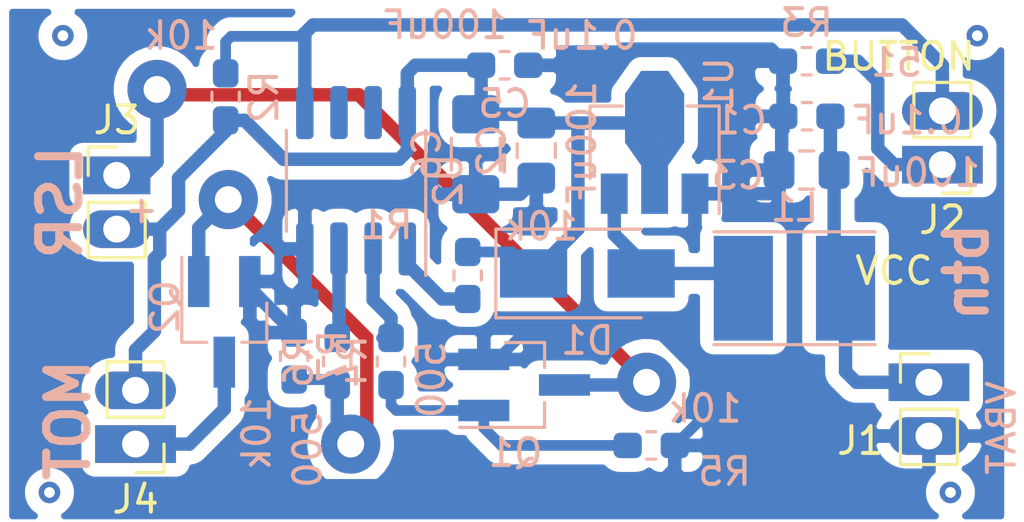
<source format=kicad_pcb>
(kicad_pcb (version 20171130) (host pcbnew 5.1.3-ffb9f22~84~ubuntu18.04.1)

  (general
    (thickness 1.6)
    (drawings 5)
    (tracks 153)
    (zones 0)
    (modules 22)
    (nets 14)
  )

  (page A4)
  (layers
    (0 F.Cu signal)
    (31 B.Cu signal)
    (32 B.Adhes user)
    (33 F.Adhes user)
    (34 B.Paste user)
    (35 F.Paste user)
    (36 B.SilkS user)
    (37 F.SilkS user)
    (38 B.Mask user)
    (39 F.Mask user)
    (40 Dwgs.User user)
    (41 Cmts.User user)
    (42 Eco1.User user)
    (43 Eco2.User user)
    (44 Edge.Cuts user)
    (45 Margin user)
    (46 B.CrtYd user)
    (47 F.CrtYd user)
    (48 B.Fab user)
    (49 F.Fab user)
  )

  (setup
    (last_trace_width 0.25)
    (user_trace_width 0.3)
    (user_trace_width 0.4)
    (user_trace_width 0.5)
    (user_trace_width 0.6)
    (user_trace_width 1)
    (user_trace_width 2)
    (trace_clearance 0.2)
    (zone_clearance 0.508)
    (zone_45_only no)
    (trace_min 0.2)
    (via_size 0.8)
    (via_drill 0.4)
    (via_min_size 0.4)
    (via_min_drill 0.3)
    (user_via 2.2 1)
    (uvia_size 0.3)
    (uvia_drill 0.1)
    (uvias_allowed no)
    (uvia_min_size 0.2)
    (uvia_min_drill 0.1)
    (edge_width 0.05)
    (segment_width 0.2)
    (pcb_text_width 0.3)
    (pcb_text_size 1.5 1.5)
    (mod_edge_width 0.12)
    (mod_text_size 1 1)
    (mod_text_width 0.15)
    (pad_size 2.5 1.4)
    (pad_drill 1)
    (pad_to_mask_clearance 0.051)
    (solder_mask_min_width 0.25)
    (aux_axis_origin 0 0)
    (visible_elements FFFFFF7F)
    (pcbplotparams
      (layerselection 0x00000_fffffffe)
      (usegerberextensions false)
      (usegerberattributes false)
      (usegerberadvancedattributes false)
      (creategerberjobfile false)
      (excludeedgelayer true)
      (linewidth 0.100000)
      (plotframeref false)
      (viasonmask false)
      (mode 1)
      (useauxorigin false)
      (hpglpennumber 1)
      (hpglpenspeed 20)
      (hpglpendiameter 15.000000)
      (psnegative true)
      (psa4output false)
      (plotreference false)
      (plotvalue false)
      (plotinvisibletext false)
      (padsonsilk false)
      (subtractmaskfromsilk false)
      (outputformat 5)
      (mirror false)
      (drillshape 2)
      (scaleselection 1)
      (outputdirectory "out/"))
  )

  (net 0 "")
  (net 1 /STEP_UP_CE8301/VCC)
  (net 2 "Net-(D1-Pad2)")
  (net 3 /RESET)
  (net 4 VCC5V)
  (net 5 BUTTON)
  (net 6 "Net-(J2-Pad1)")
  (net 7 "Net-(Q1-Pad1)")
  (net 8 "Net-(Q2-Pad1)")
  (net 9 LASER)
  (net 10 MOTOR)
  (net 11 Earth)
  (net 12 /PWR_LASER)
  (net 13 /PWR_MOT)

  (net_class Default "This is the default net class."
    (clearance 0.2)
    (trace_width 0.25)
    (via_dia 0.8)
    (via_drill 0.4)
    (uvia_dia 0.3)
    (uvia_drill 0.1)
    (add_net /PWR_LASER)
    (add_net /PWR_MOT)
    (add_net /RESET)
    (add_net /STEP_UP_CE8301/VCC)
    (add_net BUTTON)
    (add_net Earth)
    (add_net LASER)
    (add_net MOTOR)
    (add_net "Net-(D1-Pad2)")
    (add_net "Net-(J2-Pad1)")
    (add_net "Net-(Q1-Pad1)")
    (add_net "Net-(Q2-Pad1)")
    (add_net VCC5V)
  )

  (module Connector_PinHeader_2.00mm:PinHeader_1x02_P2.00mm_Vertical (layer F.Cu) (tedit 5D47EF7E) (tstamp 5D45EA3D)
    (at 176.2 78.9)
    (descr "Through hole straight pin header, 1x02, 2.00mm pitch, single row")
    (tags "Through hole pin header THT 1x02 2.00mm single row")
    (path /5D461357)
    (fp_text reference J1 (at -2.55 2.175) (layer F.SilkS)
      (effects (font (size 1 1) (thickness 0.15)))
    )
    (fp_text value VBAT (at 2.7 1.7 90) (layer B.SilkS)
      (effects (font (size 1 1) (thickness 0.15)) (justify mirror))
    )
    (fp_line (start -0.5 -1) (end 1 -1) (layer F.Fab) (width 0.1))
    (fp_line (start 1 -1) (end 1 3) (layer F.Fab) (width 0.1))
    (fp_line (start 1 3) (end -1 3) (layer F.Fab) (width 0.1))
    (fp_line (start -1 3) (end -1 -0.5) (layer F.Fab) (width 0.1))
    (fp_line (start -1 -0.5) (end -0.5 -1) (layer F.Fab) (width 0.1))
    (fp_line (start -1.06 3.06) (end 1.06 3.06) (layer F.SilkS) (width 0.12))
    (fp_line (start -1.06 1) (end -1.06 3.06) (layer F.SilkS) (width 0.12))
    (fp_line (start 1.06 1) (end 1.06 3.06) (layer F.SilkS) (width 0.12))
    (fp_line (start -1.06 1) (end 1.06 1) (layer F.SilkS) (width 0.12))
    (fp_line (start -1.06 0) (end -1.06 -1.06) (layer F.SilkS) (width 0.12))
    (fp_line (start -1.06 -1.06) (end 0 -1.06) (layer F.SilkS) (width 0.12))
    (fp_line (start -1.5 -1.5) (end -1.5 3.5) (layer F.CrtYd) (width 0.05))
    (fp_line (start -1.5 3.5) (end 1.5 3.5) (layer F.CrtYd) (width 0.05))
    (fp_line (start 1.5 3.5) (end 1.5 -1.5) (layer F.CrtYd) (width 0.05))
    (fp_line (start 1.5 -1.5) (end -1.5 -1.5) (layer F.CrtYd) (width 0.05))
    (fp_text user %R (at 0 1 90) (layer F.Fab)
      (effects (font (size 1 1) (thickness 0.15)))
    )
    (pad 1 thru_hole rect (at 0 0) (size 3 1.4) (drill 1) (layers *.Cu *.Mask)
      (net 1 /STEP_UP_CE8301/VCC))
    (pad 2 thru_hole oval (at 0 2) (size 3 1.4) (drill 1) (layers *.Cu *.Mask)
      (net 11 Earth))
    (model ${KISYS3DMOD}/Connector_PinHeader_2.00mm.3dshapes/PinHeader_1x02_P2.00mm_Vertical.wrl
      (at (xyz 0 0 0))
      (scale (xyz 1 1 1))
      (rotate (xyz 0 0 0))
    )
  )

  (module Connector_PinHeader_2.00mm:PinHeader_1x02_P2.00mm_Vertical (layer F.Cu) (tedit 5D480157) (tstamp 5D45EA69)
    (at 146 71.2)
    (descr "Through hole straight pin header, 1x02, 2.00mm pitch, single row")
    (tags "Through hole pin header THT 1x02 2.00mm single row")
    (path /5D4623BE)
    (fp_text reference J3 (at 0 -2.06) (layer F.SilkS)
      (effects (font (size 1 1) (thickness 0.15)))
    )
    (fp_text value PWR_LASER (at 0 4.06) (layer F.Fab)
      (effects (font (size 1 1) (thickness 0.15)))
    )
    (fp_line (start -0.5 -1) (end 1 -1) (layer F.Fab) (width 0.1))
    (fp_line (start 1 -1) (end 1 3) (layer F.Fab) (width 0.1))
    (fp_line (start 1 3) (end -1 3) (layer F.Fab) (width 0.1))
    (fp_line (start -1 3) (end -1 -0.5) (layer F.Fab) (width 0.1))
    (fp_line (start -1 -0.5) (end -0.5 -1) (layer F.Fab) (width 0.1))
    (fp_line (start -1.06 3.06) (end 1.06 3.06) (layer F.SilkS) (width 0.12))
    (fp_line (start -1.06 1) (end -1.06 3.06) (layer F.SilkS) (width 0.12))
    (fp_line (start 1.06 1) (end 1.06 3.06) (layer F.SilkS) (width 0.12))
    (fp_line (start -1.06 1) (end 1.06 1) (layer F.SilkS) (width 0.12))
    (fp_line (start -1.06 0) (end -1.06 -1.06) (layer F.SilkS) (width 0.12))
    (fp_line (start -1.06 -1.06) (end 0 -1.06) (layer F.SilkS) (width 0.12))
    (fp_line (start -1.5 -1.5) (end -1.5 3.5) (layer F.CrtYd) (width 0.05))
    (fp_line (start -1.5 3.5) (end 1.5 3.5) (layer F.CrtYd) (width 0.05))
    (fp_line (start 1.5 3.5) (end 1.5 -1.5) (layer F.CrtYd) (width 0.05))
    (fp_line (start 1.5 -1.5) (end -1.5 -1.5) (layer F.CrtYd) (width 0.05))
    (fp_text user %R (at 0 1 90) (layer F.Fab)
      (effects (font (size 1 1) (thickness 0.15)))
    )
    (pad 1 thru_hole rect (at 0 0) (size 2.5 1.4) (drill 1) (layers *.Cu *.Mask)
      (net 12 /PWR_LASER))
    (pad 2 thru_hole oval (at 0 2) (size 2.5 1.4) (drill 1) (layers *.Cu *.Mask)
      (net 4 VCC5V))
    (model ${KISYS3DMOD}/Connector_PinHeader_2.00mm.3dshapes/PinHeader_1x02_P2.00mm_Vertical.wrl
      (at (xyz 0 0 0))
      (scale (xyz 1 1 1))
      (rotate (xyz 0 0 0))
    )
  )

  (module Capacitor_SMD:C_0805_2012Metric_Pad1.15x1.40mm_HandSolder (layer B.Cu) (tedit 5B36C52B) (tstamp 5D4628AC)
    (at 161.6 70.275 270)
    (descr "Capacitor SMD 0805 (2012 Metric), square (rectangular) end terminal, IPC_7351 nominal with elongated pad for handsoldering. (Body size source: https://docs.google.com/spreadsheets/d/1BsfQQcO9C6DZCsRaXUlFlo91Tg2WpOkGARC1WS5S8t0/edit?usp=sharing), generated with kicad-footprint-generator")
    (tags "capacitor handsolder")
    (path /5D455B5C/5D46A591)
    (attr smd)
    (fp_text reference C2 (at 0 1.65 90) (layer B.SilkS)
      (effects (font (size 1 1) (thickness 0.15)) (justify mirror))
    )
    (fp_text value 100uF (at -0.275 -1.7 90) (layer B.SilkS)
      (effects (font (size 1 1) (thickness 0.15)) (justify mirror))
    )
    (fp_line (start -1 -0.6) (end -1 0.6) (layer B.Fab) (width 0.1))
    (fp_line (start -1 0.6) (end 1 0.6) (layer B.Fab) (width 0.1))
    (fp_line (start 1 0.6) (end 1 -0.6) (layer B.Fab) (width 0.1))
    (fp_line (start 1 -0.6) (end -1 -0.6) (layer B.Fab) (width 0.1))
    (fp_line (start -0.261252 0.71) (end 0.261252 0.71) (layer B.SilkS) (width 0.12))
    (fp_line (start -0.261252 -0.71) (end 0.261252 -0.71) (layer B.SilkS) (width 0.12))
    (fp_line (start -1.85 -0.95) (end -1.85 0.95) (layer B.CrtYd) (width 0.05))
    (fp_line (start -1.85 0.95) (end 1.85 0.95) (layer B.CrtYd) (width 0.05))
    (fp_line (start 1.85 0.95) (end 1.85 -0.95) (layer B.CrtYd) (width 0.05))
    (fp_line (start 1.85 -0.95) (end -1.85 -0.95) (layer B.CrtYd) (width 0.05))
    (fp_text user %R (at 0 0 90) (layer B.Fab)
      (effects (font (size 0.5 0.5) (thickness 0.08)) (justify mirror))
    )
    (pad 1 smd roundrect (at -1.025 0 270) (size 1.15 1.4) (layers B.Cu B.Paste B.Mask) (roundrect_rratio 0.217391)
      (net 4 VCC5V))
    (pad 2 smd roundrect (at 1.025 0 270) (size 1.15 1.4) (layers B.Cu B.Paste B.Mask) (roundrect_rratio 0.217391)
      (net 11 Earth))
    (model ${KISYS3DMOD}/Capacitor_SMD.3dshapes/C_0805_2012Metric.wrl
      (at (xyz 0 0 0))
      (scale (xyz 1 1 1))
      (rotate (xyz 0 0 0))
    )
  )

  (module Diode_SMD:D_SMA (layer B.Cu) (tedit 586432E5) (tstamp 5D45EA27)
    (at 163.5 74.85)
    (descr "Diode SMA (DO-214AC)")
    (tags "Diode SMA (DO-214AC)")
    (path /5D455B5C/5D466BE7)
    (attr smd)
    (fp_text reference D1 (at 0 2.5) (layer B.SilkS)
      (effects (font (size 1 1) (thickness 0.15)) (justify mirror))
    )
    (fp_text value SS14 (at -0.225 -2.1) (layer B.Fab)
      (effects (font (size 1 1) (thickness 0.15)) (justify mirror))
    )
    (fp_text user %R (at 0 2.5) (layer B.Fab)
      (effects (font (size 1 1) (thickness 0.15)) (justify mirror))
    )
    (fp_line (start -3.4 1.65) (end -3.4 -1.65) (layer B.SilkS) (width 0.12))
    (fp_line (start 2.3 -1.5) (end -2.3 -1.5) (layer B.Fab) (width 0.1))
    (fp_line (start -2.3 -1.5) (end -2.3 1.5) (layer B.Fab) (width 0.1))
    (fp_line (start 2.3 1.5) (end 2.3 -1.5) (layer B.Fab) (width 0.1))
    (fp_line (start 2.3 1.5) (end -2.3 1.5) (layer B.Fab) (width 0.1))
    (fp_line (start -3.5 1.75) (end 3.5 1.75) (layer B.CrtYd) (width 0.05))
    (fp_line (start 3.5 1.75) (end 3.5 -1.75) (layer B.CrtYd) (width 0.05))
    (fp_line (start 3.5 -1.75) (end -3.5 -1.75) (layer B.CrtYd) (width 0.05))
    (fp_line (start -3.5 -1.75) (end -3.5 1.75) (layer B.CrtYd) (width 0.05))
    (fp_line (start -0.64944 -0.00102) (end -1.55114 -0.00102) (layer B.Fab) (width 0.1))
    (fp_line (start 0.50118 -0.00102) (end 1.4994 -0.00102) (layer B.Fab) (width 0.1))
    (fp_line (start -0.64944 0.79908) (end -0.64944 -0.80112) (layer B.Fab) (width 0.1))
    (fp_line (start 0.50118 -0.75032) (end 0.50118 0.79908) (layer B.Fab) (width 0.1))
    (fp_line (start -0.64944 -0.00102) (end 0.50118 -0.75032) (layer B.Fab) (width 0.1))
    (fp_line (start -0.64944 -0.00102) (end 0.50118 0.79908) (layer B.Fab) (width 0.1))
    (fp_line (start -3.4 -1.65) (end 2 -1.65) (layer B.SilkS) (width 0.12))
    (fp_line (start -3.4 1.65) (end 2 1.65) (layer B.SilkS) (width 0.12))
    (pad 1 smd rect (at -2 0) (size 2.5 1.8) (layers B.Cu B.Paste B.Mask)
      (net 4 VCC5V))
    (pad 2 smd rect (at 2 0) (size 2.5 1.8) (layers B.Cu B.Paste B.Mask)
      (net 2 "Net-(D1-Pad2)"))
    (model ${KISYS3DMOD}/Diode_SMD.3dshapes/D_SMA.wrl
      (at (xyz 0 0 0))
      (scale (xyz 1 1 1))
      (rotate (xyz 0 0 0))
    )
  )

  (module Connector_PinHeader_2.00mm:PinHeader_1x02_P2.00mm_Vertical (layer F.Cu) (tedit 5D480126) (tstamp 5D45EA53)
    (at 176.7 70.8 180)
    (descr "Through hole straight pin header, 1x02, 2.00mm pitch, single row")
    (tags "Through hole pin header THT 1x02 2.00mm single row")
    (path /5D4617E7)
    (fp_text reference J2 (at 0 -2.06) (layer F.SilkS)
      (effects (font (size 1 1) (thickness 0.15)))
    )
    (fp_text value BUTTON (at 1.625 4.025) (layer F.SilkS)
      (effects (font (size 1 1) (thickness 0.15)))
    )
    (fp_text user %R (at 0 1 90) (layer F.Fab)
      (effects (font (size 1 1) (thickness 0.15)))
    )
    (fp_line (start 1.5 -1.5) (end -1.5 -1.5) (layer F.CrtYd) (width 0.05))
    (fp_line (start 1.5 3.5) (end 1.5 -1.5) (layer F.CrtYd) (width 0.05))
    (fp_line (start -1.5 3.5) (end 1.5 3.5) (layer F.CrtYd) (width 0.05))
    (fp_line (start -1.5 -1.5) (end -1.5 3.5) (layer F.CrtYd) (width 0.05))
    (fp_line (start -1.06 -1.06) (end 0 -1.06) (layer F.SilkS) (width 0.12))
    (fp_line (start -1.06 0) (end -1.06 -1.06) (layer F.SilkS) (width 0.12))
    (fp_line (start -1.06 1) (end 1.06 1) (layer F.SilkS) (width 0.12))
    (fp_line (start 1.06 1) (end 1.06 3.06) (layer F.SilkS) (width 0.12))
    (fp_line (start -1.06 1) (end -1.06 3.06) (layer F.SilkS) (width 0.12))
    (fp_line (start -1.06 3.06) (end 1.06 3.06) (layer F.SilkS) (width 0.12))
    (fp_line (start -1 -0.5) (end -0.5 -1) (layer F.Fab) (width 0.1))
    (fp_line (start -1 3) (end -1 -0.5) (layer F.Fab) (width 0.1))
    (fp_line (start 1 3) (end -1 3) (layer F.Fab) (width 0.1))
    (fp_line (start 1 -1) (end 1 3) (layer F.Fab) (width 0.1))
    (fp_line (start -0.5 -1) (end 1 -1) (layer F.Fab) (width 0.1))
    (pad 2 thru_hole oval (at 0 2 180) (size 3 1.4) (drill 1) (layers *.Cu *.Mask)
      (net 5 BUTTON))
    (pad 1 thru_hole rect (at 0 0 180) (size 3 1.4) (drill 1) (layers *.Cu *.Mask)
      (net 6 "Net-(J2-Pad1)"))
    (model ${KISYS3DMOD}/Connector_PinHeader_2.00mm.3dshapes/PinHeader_1x02_P2.00mm_Vertical.wrl
      (at (xyz 0 0 0))
      (scale (xyz 1 1 1))
      (rotate (xyz 0 0 0))
    )
  )

  (module Connector_PinHeader_2.00mm:PinHeader_1x02_P2.00mm_Vertical (layer F.Cu) (tedit 5D47F05B) (tstamp 5D45EA7F)
    (at 146.7 81.2 180)
    (descr "Through hole straight pin header, 1x02, 2.00mm pitch, single row")
    (tags "Through hole pin header THT 1x02 2.00mm single row")
    (path /5D46252D)
    (fp_text reference J4 (at 0 -2.06) (layer F.SilkS)
      (effects (font (size 1 1) (thickness 0.15)))
    )
    (fp_text value PWR_MOTOR (at 0 4.06) (layer F.Fab)
      (effects (font (size 1 1) (thickness 0.15)))
    )
    (fp_text user %R (at 0 1 90) (layer F.Fab)
      (effects (font (size 1 1) (thickness 0.15)))
    )
    (fp_line (start 1.5 -1.5) (end -1.5 -1.5) (layer F.CrtYd) (width 0.05))
    (fp_line (start 1.5 3.5) (end 1.5 -1.5) (layer F.CrtYd) (width 0.05))
    (fp_line (start -1.5 3.5) (end 1.5 3.5) (layer F.CrtYd) (width 0.05))
    (fp_line (start -1.5 -1.5) (end -1.5 3.5) (layer F.CrtYd) (width 0.05))
    (fp_line (start -1.06 -1.06) (end 0 -1.06) (layer F.SilkS) (width 0.12))
    (fp_line (start -1.06 0) (end -1.06 -1.06) (layer F.SilkS) (width 0.12))
    (fp_line (start -1.06 1) (end 1.06 1) (layer F.SilkS) (width 0.12))
    (fp_line (start 1.06 1) (end 1.06 3.06) (layer F.SilkS) (width 0.12))
    (fp_line (start -1.06 1) (end -1.06 3.06) (layer F.SilkS) (width 0.12))
    (fp_line (start -1.06 3.06) (end 1.06 3.06) (layer F.SilkS) (width 0.12))
    (fp_line (start -1 -0.5) (end -0.5 -1) (layer F.Fab) (width 0.1))
    (fp_line (start -1 3) (end -1 -0.5) (layer F.Fab) (width 0.1))
    (fp_line (start 1 3) (end -1 3) (layer F.Fab) (width 0.1))
    (fp_line (start 1 -1) (end 1 3) (layer F.Fab) (width 0.1))
    (fp_line (start -0.5 -1) (end 1 -1) (layer F.Fab) (width 0.1))
    (pad 2 thru_hole oval (at 0 2 180) (size 3 1.4) (drill 1) (layers *.Cu *.Mask)
      (net 4 VCC5V))
    (pad 1 thru_hole rect (at 0 0 180) (size 3 1.4) (drill 1) (layers *.Cu *.Mask)
      (net 13 /PWR_MOT))
    (model ${KISYS3DMOD}/Connector_PinHeader_2.00mm.3dshapes/PinHeader_1x02_P2.00mm_Vertical.wrl
      (at (xyz 0 0 0))
      (scale (xyz 1 1 1))
      (rotate (xyz 0 0 0))
    )
  )

  (module Package_TO_SOT_SMD:SOT-23_Handsoldering (layer B.Cu) (tedit 5A0AB76C) (tstamp 5D45EAAD)
    (at 161.15 79)
    (descr "SOT-23, Handsoldering")
    (tags SOT-23)
    (path /5D473204)
    (attr smd)
    (fp_text reference Q1 (at -0.325 2.525) (layer B.SilkS)
      (effects (font (size 1 1) (thickness 0.15)) (justify mirror))
    )
    (fp_text value Q_NPN_BEC (at 0 -2.5) (layer B.Fab)
      (effects (font (size 1 1) (thickness 0.15)) (justify mirror))
    )
    (fp_text user %R (at 0 0 270) (layer B.Fab)
      (effects (font (size 0.5 0.5) (thickness 0.075)) (justify mirror))
    )
    (fp_line (start 0.76 -1.58) (end 0.76 -0.65) (layer B.SilkS) (width 0.12))
    (fp_line (start 0.76 1.58) (end 0.76 0.65) (layer B.SilkS) (width 0.12))
    (fp_line (start -2.7 1.75) (end 2.7 1.75) (layer B.CrtYd) (width 0.05))
    (fp_line (start 2.7 1.75) (end 2.7 -1.75) (layer B.CrtYd) (width 0.05))
    (fp_line (start 2.7 -1.75) (end -2.7 -1.75) (layer B.CrtYd) (width 0.05))
    (fp_line (start -2.7 -1.75) (end -2.7 1.75) (layer B.CrtYd) (width 0.05))
    (fp_line (start 0.76 1.58) (end -2.4 1.58) (layer B.SilkS) (width 0.12))
    (fp_line (start -0.7 0.95) (end -0.7 -1.5) (layer B.Fab) (width 0.1))
    (fp_line (start -0.15 1.52) (end 0.7 1.52) (layer B.Fab) (width 0.1))
    (fp_line (start -0.7 0.95) (end -0.15 1.52) (layer B.Fab) (width 0.1))
    (fp_line (start 0.7 1.52) (end 0.7 -1.52) (layer B.Fab) (width 0.1))
    (fp_line (start -0.7 -1.52) (end 0.7 -1.52) (layer B.Fab) (width 0.1))
    (fp_line (start 0.76 -1.58) (end -0.7 -1.58) (layer B.SilkS) (width 0.12))
    (pad 1 smd rect (at -1.5 0.95) (size 1.9 0.8) (layers B.Cu B.Paste B.Mask)
      (net 7 "Net-(Q1-Pad1)"))
    (pad 2 smd rect (at -1.5 -0.95) (size 1.9 0.8) (layers B.Cu B.Paste B.Mask)
      (net 11 Earth))
    (pad 3 smd rect (at 1.5 0) (size 1.9 0.8) (layers B.Cu B.Paste B.Mask)
      (net 12 /PWR_LASER))
    (model ${KISYS3DMOD}/Package_TO_SOT_SMD.3dshapes/SOT-23.wrl
      (at (xyz 0 0 0))
      (scale (xyz 1 1 1))
      (rotate (xyz 0 0 0))
    )
  )

  (module Resistor_SMD:R_0603_1608Metric_Pad1.05x0.95mm_HandSolder (layer B.Cu) (tedit 5B301BBD) (tstamp 5D4806B9)
    (at 159.05 74.925 270)
    (descr "Resistor SMD 0603 (1608 Metric), square (rectangular) end terminal, IPC_7351 nominal with elongated pad for handsoldering. (Body size source: http://www.tortai-tech.com/upload/download/2011102023233369053.pdf), generated with kicad-footprint-generator")
    (tags "resistor handsolder")
    (path /5D4714EF)
    (attr smd)
    (fp_text reference R1 (at -1.875 3.025 180) (layer B.SilkS)
      (effects (font (size 1 1) (thickness 0.15)) (justify mirror))
    )
    (fp_text value 10k (at -1.825 -2.75 180) (layer B.SilkS)
      (effects (font (size 1 1) (thickness 0.15)) (justify mirror))
    )
    (fp_line (start -0.8 -0.4) (end -0.8 0.4) (layer B.Fab) (width 0.1))
    (fp_line (start -0.8 0.4) (end 0.8 0.4) (layer B.Fab) (width 0.1))
    (fp_line (start 0.8 0.4) (end 0.8 -0.4) (layer B.Fab) (width 0.1))
    (fp_line (start 0.8 -0.4) (end -0.8 -0.4) (layer B.Fab) (width 0.1))
    (fp_line (start -0.171267 0.51) (end 0.171267 0.51) (layer B.SilkS) (width 0.12))
    (fp_line (start -0.171267 -0.51) (end 0.171267 -0.51) (layer B.SilkS) (width 0.12))
    (fp_line (start -1.65 -0.73) (end -1.65 0.73) (layer B.CrtYd) (width 0.05))
    (fp_line (start -1.65 0.73) (end 1.65 0.73) (layer B.CrtYd) (width 0.05))
    (fp_line (start 1.65 0.73) (end 1.65 -0.73) (layer B.CrtYd) (width 0.05))
    (fp_line (start 1.65 -0.73) (end -1.65 -0.73) (layer B.CrtYd) (width 0.05))
    (fp_text user %R (at 0 0 90) (layer B.Fab)
      (effects (font (size 0.4 0.4) (thickness 0.06)) (justify mirror))
    )
    (pad 1 smd roundrect (at -0.875 0 270) (size 1.05 0.95) (layers B.Cu B.Paste B.Mask) (roundrect_rratio 0.25)
      (net 4 VCC5V))
    (pad 2 smd roundrect (at 0.875 0 270) (size 1.05 0.95) (layers B.Cu B.Paste B.Mask) (roundrect_rratio 0.25)
      (net 3 /RESET))
    (model ${KISYS3DMOD}/Resistor_SMD.3dshapes/R_0603_1608Metric.wrl
      (at (xyz 0 0 0))
      (scale (xyz 1 1 1))
      (rotate (xyz 0 0 0))
    )
  )

  (module Capacitor_SMD:C_0805_2012Metric_Pad1.15x1.40mm_HandSolder (layer B.Cu) (tedit 5B36C52B) (tstamp 5D4801BA)
    (at 171.65 71 180)
    (descr "Capacitor SMD 0805 (2012 Metric), square (rectangular) end terminal, IPC_7351 nominal with elongated pad for handsoldering. (Body size source: https://docs.google.com/spreadsheets/d/1BsfQQcO9C6DZCsRaXUlFlo91Tg2WpOkGARC1WS5S8t0/edit?usp=sharing), generated with kicad-footprint-generator")
    (tags "capacitor handsolder")
    (path /5D478A96)
    (attr smd)
    (fp_text reference C3 (at 2.55 -0.2) (layer B.SilkS)
      (effects (font (size 1 1) (thickness 0.15)) (justify mirror))
    )
    (fp_text value 100uF (at -4.15 -0.1) (layer B.SilkS)
      (effects (font (size 1 1) (thickness 0.15)) (justify mirror))
    )
    (fp_line (start -1 -0.6) (end -1 0.6) (layer B.Fab) (width 0.1))
    (fp_line (start -1 0.6) (end 1 0.6) (layer B.Fab) (width 0.1))
    (fp_line (start 1 0.6) (end 1 -0.6) (layer B.Fab) (width 0.1))
    (fp_line (start 1 -0.6) (end -1 -0.6) (layer B.Fab) (width 0.1))
    (fp_line (start -0.261252 0.71) (end 0.261252 0.71) (layer B.SilkS) (width 0.12))
    (fp_line (start -0.261252 -0.71) (end 0.261252 -0.71) (layer B.SilkS) (width 0.12))
    (fp_line (start -1.85 -0.95) (end -1.85 0.95) (layer B.CrtYd) (width 0.05))
    (fp_line (start -1.85 0.95) (end 1.85 0.95) (layer B.CrtYd) (width 0.05))
    (fp_line (start 1.85 0.95) (end 1.85 -0.95) (layer B.CrtYd) (width 0.05))
    (fp_line (start 1.85 -0.95) (end -1.85 -0.95) (layer B.CrtYd) (width 0.05))
    (fp_text user %R (at 0 0) (layer B.Fab)
      (effects (font (size 0.5 0.5) (thickness 0.08)) (justify mirror))
    )
    (pad 1 smd roundrect (at -1.025 0 180) (size 1.15 1.4) (layers B.Cu B.Paste B.Mask) (roundrect_rratio 0.217391)
      (net 1 /STEP_UP_CE8301/VCC))
    (pad 2 smd roundrect (at 1.025 0 180) (size 1.15 1.4) (layers B.Cu B.Paste B.Mask) (roundrect_rratio 0.217391)
      (net 11 Earth))
    (model ${KISYS3DMOD}/Capacitor_SMD.3dshapes/C_0805_2012Metric.wrl
      (at (xyz 0 0 0))
      (scale (xyz 1 1 1))
      (rotate (xyz 0 0 0))
    )
  )

  (module Capacitor_SMD:C_0603_1608Metric_Pad1.05x0.95mm_HandSolder (layer B.Cu) (tedit 5B301BBE) (tstamp 5D46298F)
    (at 160.425 67.1)
    (descr "Capacitor SMD 0603 (1608 Metric), square (rectangular) end terminal, IPC_7351 nominal with elongated pad for handsoldering. (Body size source: http://www.tortai-tech.com/upload/download/2011102023233369053.pdf), generated with kicad-footprint-generator")
    (tags "capacitor handsolder")
    (path /5D47C64B)
    (attr smd)
    (fp_text reference C5 (at 0 1.43) (layer B.SilkS)
      (effects (font (size 1 1) (thickness 0.15)) (justify mirror))
    )
    (fp_text value 0.1uF (at 2.875 -1.1 180) (layer B.SilkS)
      (effects (font (size 1 1) (thickness 0.15)) (justify mirror))
    )
    (fp_line (start -0.8 -0.4) (end -0.8 0.4) (layer B.Fab) (width 0.1))
    (fp_line (start -0.8 0.4) (end 0.8 0.4) (layer B.Fab) (width 0.1))
    (fp_line (start 0.8 0.4) (end 0.8 -0.4) (layer B.Fab) (width 0.1))
    (fp_line (start 0.8 -0.4) (end -0.8 -0.4) (layer B.Fab) (width 0.1))
    (fp_line (start -0.171267 0.51) (end 0.171267 0.51) (layer B.SilkS) (width 0.12))
    (fp_line (start -0.171267 -0.51) (end 0.171267 -0.51) (layer B.SilkS) (width 0.12))
    (fp_line (start -1.65 -0.73) (end -1.65 0.73) (layer B.CrtYd) (width 0.05))
    (fp_line (start -1.65 0.73) (end 1.65 0.73) (layer B.CrtYd) (width 0.05))
    (fp_line (start 1.65 0.73) (end 1.65 -0.73) (layer B.CrtYd) (width 0.05))
    (fp_line (start 1.65 -0.73) (end -1.65 -0.73) (layer B.CrtYd) (width 0.05))
    (fp_text user %R (at 0 0) (layer B.Fab)
      (effects (font (size 0.4 0.4) (thickness 0.06)) (justify mirror))
    )
    (pad 1 smd roundrect (at -0.875 0) (size 1.05 0.95) (layers B.Cu B.Paste B.Mask) (roundrect_rratio 0.25)
      (net 4 VCC5V))
    (pad 2 smd roundrect (at 0.875 0) (size 1.05 0.95) (layers B.Cu B.Paste B.Mask) (roundrect_rratio 0.25)
      (net 11 Earth))
    (model ${KISYS3DMOD}/Capacitor_SMD.3dshapes/C_0603_1608Metric.wrl
      (at (xyz 0 0 0))
      (scale (xyz 1 1 1))
      (rotate (xyz 0 0 0))
    )
  )

  (module Capacitor_SMD:C_1206_3216Metric_Pad1.42x1.75mm_HandSolder (layer B.Cu) (tedit 5B301BBE) (tstamp 5D460B4F)
    (at 159.35 70.4125 270)
    (descr "Capacitor SMD 1206 (3216 Metric), square (rectangular) end terminal, IPC_7351 nominal with elongated pad for handsoldering. (Body size source: http://www.tortai-tech.com/upload/download/2011102023233369053.pdf), generated with kicad-footprint-generator")
    (tags "capacitor handsolder")
    (path /5D478A4E)
    (attr smd)
    (fp_text reference C6 (at 0 1.82 90) (layer B.SilkS)
      (effects (font (size 1 1) (thickness 0.15)) (justify mirror))
    )
    (fp_text value 100uF (at -4.8125 1.15 180) (layer B.SilkS)
      (effects (font (size 1 1) (thickness 0.15)) (justify mirror))
    )
    (fp_line (start -1.6 -0.8) (end -1.6 0.8) (layer B.Fab) (width 0.1))
    (fp_line (start -1.6 0.8) (end 1.6 0.8) (layer B.Fab) (width 0.1))
    (fp_line (start 1.6 0.8) (end 1.6 -0.8) (layer B.Fab) (width 0.1))
    (fp_line (start 1.6 -0.8) (end -1.6 -0.8) (layer B.Fab) (width 0.1))
    (fp_line (start -0.602064 0.91) (end 0.602064 0.91) (layer B.SilkS) (width 0.12))
    (fp_line (start -0.602064 -0.91) (end 0.602064 -0.91) (layer B.SilkS) (width 0.12))
    (fp_line (start -2.45 -1.12) (end -2.45 1.12) (layer B.CrtYd) (width 0.05))
    (fp_line (start -2.45 1.12) (end 2.45 1.12) (layer B.CrtYd) (width 0.05))
    (fp_line (start 2.45 1.12) (end 2.45 -1.12) (layer B.CrtYd) (width 0.05))
    (fp_line (start 2.45 -1.12) (end -2.45 -1.12) (layer B.CrtYd) (width 0.05))
    (fp_text user %R (at 0 0 90) (layer B.Fab)
      (effects (font (size 0.8 0.8) (thickness 0.12)) (justify mirror))
    )
    (pad 1 smd roundrect (at -1.4875 0 270) (size 1.425 1.75) (layers B.Cu B.Paste B.Mask) (roundrect_rratio 0.175439)
      (net 4 VCC5V))
    (pad 2 smd roundrect (at 1.4875 0 270) (size 1.425 1.75) (layers B.Cu B.Paste B.Mask) (roundrect_rratio 0.175439)
      (net 11 Earth))
    (model ${KISYS3DMOD}/Capacitor_SMD.3dshapes/C_1206_3216Metric.wrl
      (at (xyz 0 0 0))
      (scale (xyz 1 1 1))
      (rotate (xyz 0 0 0))
    )
  )

  (module Package_TO_SOT_SMD:SOT-23_Handsoldering (layer B.Cu) (tedit 5A0AB76C) (tstamp 5D47F2D2)
    (at 150 76.65 270)
    (descr "SOT-23, Handsoldering")
    (tags SOT-23)
    (path /5D47004C)
    (attr smd)
    (fp_text reference Q2 (at -0.55 2.2 90) (layer B.SilkS)
      (effects (font (size 1 1) (thickness 0.15)) (justify mirror))
    )
    (fp_text value Q_NPN_BEC (at 2.175 5.55 90) (layer B.Fab)
      (effects (font (size 1 1) (thickness 0.15)) (justify mirror))
    )
    (fp_text user %R (at 0 0 180) (layer B.Fab)
      (effects (font (size 0.5 0.5) (thickness 0.075)) (justify mirror))
    )
    (fp_line (start 0.76 -1.58) (end 0.76 -0.65) (layer B.SilkS) (width 0.12))
    (fp_line (start 0.76 1.58) (end 0.76 0.65) (layer B.SilkS) (width 0.12))
    (fp_line (start -2.7 1.75) (end 2.7 1.75) (layer B.CrtYd) (width 0.05))
    (fp_line (start 2.7 1.75) (end 2.7 -1.75) (layer B.CrtYd) (width 0.05))
    (fp_line (start 2.7 -1.75) (end -2.7 -1.75) (layer B.CrtYd) (width 0.05))
    (fp_line (start -2.7 -1.75) (end -2.7 1.75) (layer B.CrtYd) (width 0.05))
    (fp_line (start 0.76 1.58) (end -2.4 1.58) (layer B.SilkS) (width 0.12))
    (fp_line (start -0.7 0.95) (end -0.7 -1.5) (layer B.Fab) (width 0.1))
    (fp_line (start -0.15 1.52) (end 0.7 1.52) (layer B.Fab) (width 0.1))
    (fp_line (start -0.7 0.95) (end -0.15 1.52) (layer B.Fab) (width 0.1))
    (fp_line (start 0.7 1.52) (end 0.7 -1.52) (layer B.Fab) (width 0.1))
    (fp_line (start -0.7 -1.52) (end 0.7 -1.52) (layer B.Fab) (width 0.1))
    (fp_line (start 0.76 -1.58) (end -0.7 -1.58) (layer B.SilkS) (width 0.12))
    (pad 1 smd rect (at -1.5 0.95 270) (size 1.9 0.8) (layers B.Cu B.Paste B.Mask)
      (net 8 "Net-(Q2-Pad1)"))
    (pad 2 smd rect (at -1.5 -0.95 270) (size 1.9 0.8) (layers B.Cu B.Paste B.Mask)
      (net 11 Earth))
    (pad 3 smd rect (at 1.5 0 270) (size 1.9 0.8) (layers B.Cu B.Paste B.Mask)
      (net 13 /PWR_MOT))
    (model ${KISYS3DMOD}/Package_TO_SOT_SMD.3dshapes/SOT-23.wrl
      (at (xyz 0 0 0))
      (scale (xyz 1 1 1))
      (rotate (xyz 0 0 0))
    )
  )

  (module Resistor_SMD:R_0603_1608Metric_Pad1.05x0.95mm_HandSolder (layer B.Cu) (tedit 5B301BBD) (tstamp 5D460B75)
    (at 150.05 68.275 90)
    (descr "Resistor SMD 0603 (1608 Metric), square (rectangular) end terminal, IPC_7351 nominal with elongated pad for handsoldering. (Body size source: http://www.tortai-tech.com/upload/download/2011102023233369053.pdf), generated with kicad-footprint-generator")
    (tags "resistor handsolder")
    (path /5D45BC5D)
    (attr smd)
    (fp_text reference R2 (at 0 1.43 90) (layer B.SilkS)
      (effects (font (size 1 1) (thickness 0.15)) (justify mirror))
    )
    (fp_text value 10k (at 2.275 -1.65) (layer B.SilkS)
      (effects (font (size 1 1) (thickness 0.15)) (justify mirror))
    )
    (fp_text user %R (at 0 0 90) (layer B.Fab)
      (effects (font (size 0.4 0.4) (thickness 0.06)) (justify mirror))
    )
    (fp_line (start 1.65 -0.73) (end -1.65 -0.73) (layer B.CrtYd) (width 0.05))
    (fp_line (start 1.65 0.73) (end 1.65 -0.73) (layer B.CrtYd) (width 0.05))
    (fp_line (start -1.65 0.73) (end 1.65 0.73) (layer B.CrtYd) (width 0.05))
    (fp_line (start -1.65 -0.73) (end -1.65 0.73) (layer B.CrtYd) (width 0.05))
    (fp_line (start -0.171267 -0.51) (end 0.171267 -0.51) (layer B.SilkS) (width 0.12))
    (fp_line (start -0.171267 0.51) (end 0.171267 0.51) (layer B.SilkS) (width 0.12))
    (fp_line (start 0.8 -0.4) (end -0.8 -0.4) (layer B.Fab) (width 0.1))
    (fp_line (start 0.8 0.4) (end 0.8 -0.4) (layer B.Fab) (width 0.1))
    (fp_line (start -0.8 0.4) (end 0.8 0.4) (layer B.Fab) (width 0.1))
    (fp_line (start -0.8 -0.4) (end -0.8 0.4) (layer B.Fab) (width 0.1))
    (pad 2 smd roundrect (at 0.875 0 90) (size 1.05 0.95) (layers B.Cu B.Paste B.Mask) (roundrect_rratio 0.25)
      (net 5 BUTTON))
    (pad 1 smd roundrect (at -0.875 0 90) (size 1.05 0.95) (layers B.Cu B.Paste B.Mask) (roundrect_rratio 0.25)
      (net 4 VCC5V))
    (model ${KISYS3DMOD}/Resistor_SMD.3dshapes/R_0603_1608Metric.wrl
      (at (xyz 0 0 0))
      (scale (xyz 1 1 1))
      (rotate (xyz 0 0 0))
    )
  )

  (module Resistor_SMD:R_0603_1608Metric_Pad1.05x0.95mm_HandSolder (layer B.Cu) (tedit 5B301BBD) (tstamp 5D460B86)
    (at 171.65 66.95 180)
    (descr "Resistor SMD 0603 (1608 Metric), square (rectangular) end terminal, IPC_7351 nominal with elongated pad for handsoldering. (Body size source: http://www.tortai-tech.com/upload/download/2011102023233369053.pdf), generated with kicad-footprint-generator")
    (tags "resistor handsolder")
    (path /5D45B964)
    (attr smd)
    (fp_text reference R3 (at 0 1.43) (layer B.SilkS)
      (effects (font (size 1 1) (thickness 0.15)) (justify mirror))
    )
    (fp_text value 51 (at -3.35 -0.05) (layer B.SilkS)
      (effects (font (size 1 1) (thickness 0.15)) (justify mirror))
    )
    (fp_line (start -0.8 -0.4) (end -0.8 0.4) (layer B.Fab) (width 0.1))
    (fp_line (start -0.8 0.4) (end 0.8 0.4) (layer B.Fab) (width 0.1))
    (fp_line (start 0.8 0.4) (end 0.8 -0.4) (layer B.Fab) (width 0.1))
    (fp_line (start 0.8 -0.4) (end -0.8 -0.4) (layer B.Fab) (width 0.1))
    (fp_line (start -0.171267 0.51) (end 0.171267 0.51) (layer B.SilkS) (width 0.12))
    (fp_line (start -0.171267 -0.51) (end 0.171267 -0.51) (layer B.SilkS) (width 0.12))
    (fp_line (start -1.65 -0.73) (end -1.65 0.73) (layer B.CrtYd) (width 0.05))
    (fp_line (start -1.65 0.73) (end 1.65 0.73) (layer B.CrtYd) (width 0.05))
    (fp_line (start 1.65 0.73) (end 1.65 -0.73) (layer B.CrtYd) (width 0.05))
    (fp_line (start 1.65 -0.73) (end -1.65 -0.73) (layer B.CrtYd) (width 0.05))
    (fp_text user %R (at 0 0) (layer B.Fab)
      (effects (font (size 0.4 0.4) (thickness 0.06)) (justify mirror))
    )
    (pad 1 smd roundrect (at -0.875 0 180) (size 1.05 0.95) (layers B.Cu B.Paste B.Mask) (roundrect_rratio 0.25)
      (net 6 "Net-(J2-Pad1)"))
    (pad 2 smd roundrect (at 0.875 0 180) (size 1.05 0.95) (layers B.Cu B.Paste B.Mask) (roundrect_rratio 0.25)
      (net 11 Earth))
    (model ${KISYS3DMOD}/Resistor_SMD.3dshapes/R_0603_1608Metric.wrl
      (at (xyz 0 0 0))
      (scale (xyz 1 1 1))
      (rotate (xyz 0 0 0))
    )
  )

  (module Resistor_SMD:R_0603_1608Metric_Pad1.05x0.95mm_HandSolder (layer B.Cu) (tedit 5B301BBD) (tstamp 5D460B97)
    (at 156.2 78.125 270)
    (descr "Resistor SMD 0603 (1608 Metric), square (rectangular) end terminal, IPC_7351 nominal with elongated pad for handsoldering. (Body size source: http://www.tortai-tech.com/upload/download/2011102023233369053.pdf), generated with kicad-footprint-generator")
    (tags "resistor handsolder")
    (path /5D46971F)
    (attr smd)
    (fp_text reference R4 (at 0 1.43 90) (layer B.SilkS)
      (effects (font (size 1 1) (thickness 0.15)) (justify mirror))
    )
    (fp_text value 500 (at 0.675 -1.5 90) (layer B.SilkS)
      (effects (font (size 1 1) (thickness 0.15)) (justify mirror))
    )
    (fp_line (start -0.8 -0.4) (end -0.8 0.4) (layer B.Fab) (width 0.1))
    (fp_line (start -0.8 0.4) (end 0.8 0.4) (layer B.Fab) (width 0.1))
    (fp_line (start 0.8 0.4) (end 0.8 -0.4) (layer B.Fab) (width 0.1))
    (fp_line (start 0.8 -0.4) (end -0.8 -0.4) (layer B.Fab) (width 0.1))
    (fp_line (start -0.171267 0.51) (end 0.171267 0.51) (layer B.SilkS) (width 0.12))
    (fp_line (start -0.171267 -0.51) (end 0.171267 -0.51) (layer B.SilkS) (width 0.12))
    (fp_line (start -1.65 -0.73) (end -1.65 0.73) (layer B.CrtYd) (width 0.05))
    (fp_line (start -1.65 0.73) (end 1.65 0.73) (layer B.CrtYd) (width 0.05))
    (fp_line (start 1.65 0.73) (end 1.65 -0.73) (layer B.CrtYd) (width 0.05))
    (fp_line (start 1.65 -0.73) (end -1.65 -0.73) (layer B.CrtYd) (width 0.05))
    (fp_text user %R (at 0 0 90) (layer B.Fab)
      (effects (font (size 0.4 0.4) (thickness 0.06)) (justify mirror))
    )
    (pad 1 smd roundrect (at -0.875 0 270) (size 1.05 0.95) (layers B.Cu B.Paste B.Mask) (roundrect_rratio 0.25)
      (net 9 LASER))
    (pad 2 smd roundrect (at 0.875 0 270) (size 1.05 0.95) (layers B.Cu B.Paste B.Mask) (roundrect_rratio 0.25)
      (net 7 "Net-(Q1-Pad1)"))
    (model ${KISYS3DMOD}/Resistor_SMD.3dshapes/R_0603_1608Metric.wrl
      (at (xyz 0 0 0))
      (scale (xyz 1 1 1))
      (rotate (xyz 0 0 0))
    )
  )

  (module Resistor_SMD:R_0603_1608Metric_Pad1.05x0.95mm_HandSolder (layer B.Cu) (tedit 5B301BBD) (tstamp 5D460BA8)
    (at 165.875 81.25)
    (descr "Resistor SMD 0603 (1608 Metric), square (rectangular) end terminal, IPC_7351 nominal with elongated pad for handsoldering. (Body size source: http://www.tortai-tech.com/upload/download/2011102023233369053.pdf), generated with kicad-footprint-generator")
    (tags "resistor handsolder")
    (path /5D46A6B6)
    (attr smd)
    (fp_text reference R5 (at 2.725 0.975) (layer B.SilkS)
      (effects (font (size 1 1) (thickness 0.15)) (justify mirror))
    )
    (fp_text value 10k (at 2 -1.375) (layer B.SilkS)
      (effects (font (size 1 1) (thickness 0.15)) (justify mirror))
    )
    (fp_text user %R (at 0 0) (layer B.Fab)
      (effects (font (size 0.4 0.4) (thickness 0.06)) (justify mirror))
    )
    (fp_line (start 1.65 -0.73) (end -1.65 -0.73) (layer B.CrtYd) (width 0.05))
    (fp_line (start 1.65 0.73) (end 1.65 -0.73) (layer B.CrtYd) (width 0.05))
    (fp_line (start -1.65 0.73) (end 1.65 0.73) (layer B.CrtYd) (width 0.05))
    (fp_line (start -1.65 -0.73) (end -1.65 0.73) (layer B.CrtYd) (width 0.05))
    (fp_line (start -0.171267 -0.51) (end 0.171267 -0.51) (layer B.SilkS) (width 0.12))
    (fp_line (start -0.171267 0.51) (end 0.171267 0.51) (layer B.SilkS) (width 0.12))
    (fp_line (start 0.8 -0.4) (end -0.8 -0.4) (layer B.Fab) (width 0.1))
    (fp_line (start 0.8 0.4) (end 0.8 -0.4) (layer B.Fab) (width 0.1))
    (fp_line (start -0.8 0.4) (end 0.8 0.4) (layer B.Fab) (width 0.1))
    (fp_line (start -0.8 -0.4) (end -0.8 0.4) (layer B.Fab) (width 0.1))
    (pad 2 smd roundrect (at 0.875 0) (size 1.05 0.95) (layers B.Cu B.Paste B.Mask) (roundrect_rratio 0.25)
      (net 11 Earth))
    (pad 1 smd roundrect (at -0.875 0) (size 1.05 0.95) (layers B.Cu B.Paste B.Mask) (roundrect_rratio 0.25)
      (net 7 "Net-(Q1-Pad1)"))
    (model ${KISYS3DMOD}/Resistor_SMD.3dshapes/R_0603_1608Metric.wrl
      (at (xyz 0 0 0))
      (scale (xyz 1 1 1))
      (rotate (xyz 0 0 0))
    )
  )

  (module Resistor_SMD:R_0603_1608Metric_Pad1.05x0.95mm_HandSolder (layer B.Cu) (tedit 5B301BBD) (tstamp 5D460BB9)
    (at 154.2 78.125 270)
    (descr "Resistor SMD 0603 (1608 Metric), square (rectangular) end terminal, IPC_7351 nominal with elongated pad for handsoldering. (Body size source: http://www.tortai-tech.com/upload/download/2011102023233369053.pdf), generated with kicad-footprint-generator")
    (tags "resistor handsolder")
    (path /5D470056)
    (attr smd)
    (fp_text reference R6 (at 0 1.43 90) (layer B.SilkS)
      (effects (font (size 1 1) (thickness 0.15)) (justify mirror))
    )
    (fp_text value 500 (at 3.275 1.1 90) (layer B.SilkS)
      (effects (font (size 1 1) (thickness 0.15)) (justify mirror))
    )
    (fp_text user %R (at 0 0 90) (layer B.Fab)
      (effects (font (size 0.4 0.4) (thickness 0.06)) (justify mirror))
    )
    (fp_line (start 1.65 -0.73) (end -1.65 -0.73) (layer B.CrtYd) (width 0.05))
    (fp_line (start 1.65 0.73) (end 1.65 -0.73) (layer B.CrtYd) (width 0.05))
    (fp_line (start -1.65 0.73) (end 1.65 0.73) (layer B.CrtYd) (width 0.05))
    (fp_line (start -1.65 -0.73) (end -1.65 0.73) (layer B.CrtYd) (width 0.05))
    (fp_line (start -0.171267 -0.51) (end 0.171267 -0.51) (layer B.SilkS) (width 0.12))
    (fp_line (start -0.171267 0.51) (end 0.171267 0.51) (layer B.SilkS) (width 0.12))
    (fp_line (start 0.8 -0.4) (end -0.8 -0.4) (layer B.Fab) (width 0.1))
    (fp_line (start 0.8 0.4) (end 0.8 -0.4) (layer B.Fab) (width 0.1))
    (fp_line (start -0.8 0.4) (end 0.8 0.4) (layer B.Fab) (width 0.1))
    (fp_line (start -0.8 -0.4) (end -0.8 0.4) (layer B.Fab) (width 0.1))
    (pad 2 smd roundrect (at 0.875 0 270) (size 1.05 0.95) (layers B.Cu B.Paste B.Mask) (roundrect_rratio 0.25)
      (net 8 "Net-(Q2-Pad1)"))
    (pad 1 smd roundrect (at -0.875 0 270) (size 1.05 0.95) (layers B.Cu B.Paste B.Mask) (roundrect_rratio 0.25)
      (net 10 MOTOR))
    (model ${KISYS3DMOD}/Resistor_SMD.3dshapes/R_0603_1608Metric.wrl
      (at (xyz 0 0 0))
      (scale (xyz 1 1 1))
      (rotate (xyz 0 0 0))
    )
  )

  (module Resistor_SMD:R_0603_1608Metric_Pad1.05x0.95mm_HandSolder (layer B.Cu) (tedit 5B301BBD) (tstamp 5D460BCA)
    (at 152.6 77.925 90)
    (descr "Resistor SMD 0603 (1608 Metric), square (rectangular) end terminal, IPC_7351 nominal with elongated pad for handsoldering. (Body size source: http://www.tortai-tech.com/upload/download/2011102023233369053.pdf), generated with kicad-footprint-generator")
    (tags "resistor handsolder")
    (path /5D470061)
    (attr smd)
    (fp_text reference R7 (at 0 1.43 90) (layer B.SilkS)
      (effects (font (size 1 1) (thickness 0.15)) (justify mirror))
    )
    (fp_text value 10k (at -2.875 -1.4 90) (layer B.SilkS)
      (effects (font (size 1 1) (thickness 0.15)) (justify mirror))
    )
    (fp_line (start -0.8 -0.4) (end -0.8 0.4) (layer B.Fab) (width 0.1))
    (fp_line (start -0.8 0.4) (end 0.8 0.4) (layer B.Fab) (width 0.1))
    (fp_line (start 0.8 0.4) (end 0.8 -0.4) (layer B.Fab) (width 0.1))
    (fp_line (start 0.8 -0.4) (end -0.8 -0.4) (layer B.Fab) (width 0.1))
    (fp_line (start -0.171267 0.51) (end 0.171267 0.51) (layer B.SilkS) (width 0.12))
    (fp_line (start -0.171267 -0.51) (end 0.171267 -0.51) (layer B.SilkS) (width 0.12))
    (fp_line (start -1.65 -0.73) (end -1.65 0.73) (layer B.CrtYd) (width 0.05))
    (fp_line (start -1.65 0.73) (end 1.65 0.73) (layer B.CrtYd) (width 0.05))
    (fp_line (start 1.65 0.73) (end 1.65 -0.73) (layer B.CrtYd) (width 0.05))
    (fp_line (start 1.65 -0.73) (end -1.65 -0.73) (layer B.CrtYd) (width 0.05))
    (fp_text user %R (at 0 0 90) (layer B.Fab)
      (effects (font (size 0.4 0.4) (thickness 0.06)) (justify mirror))
    )
    (pad 1 smd roundrect (at -0.875 0 90) (size 1.05 0.95) (layers B.Cu B.Paste B.Mask) (roundrect_rratio 0.25)
      (net 8 "Net-(Q2-Pad1)"))
    (pad 2 smd roundrect (at 0.875 0 90) (size 1.05 0.95) (layers B.Cu B.Paste B.Mask) (roundrect_rratio 0.25)
      (net 11 Earth))
    (model ${KISYS3DMOD}/Resistor_SMD.3dshapes/R_0603_1608Metric.wrl
      (at (xyz 0 0 0))
      (scale (xyz 1 1 1))
      (rotate (xyz 0 0 0))
    )
  )

  (module Package_TO_SOT_SMD:SOT-89-3 (layer B.Cu) (tedit 5A02FF57) (tstamp 5D47F8E5)
    (at 166 70.4 90)
    (descr SOT-89-3)
    (tags SOT-89-3)
    (path /5D455B5C/5D467CA0)
    (attr smd)
    (fp_text reference U1 (at 2.6 2.4 90) (layer B.SilkS)
      (effects (font (size 1 1) (thickness 0.15)) (justify mirror))
    )
    (fp_text value CE8301 (at 0.45 -3.25 90) (layer B.Fab)
      (effects (font (size 1 1) (thickness 0.15)) (justify mirror))
    )
    (fp_text user %R (at 0.38 0 180) (layer B.Fab)
      (effects (font (size 0.6 0.6) (thickness 0.09)) (justify mirror))
    )
    (fp_line (start 1.78 -1.2) (end 1.78 -2.4) (layer B.SilkS) (width 0.12))
    (fp_line (start 1.78 -2.4) (end -0.92 -2.4) (layer B.SilkS) (width 0.12))
    (fp_line (start -2.22 2.4) (end 1.78 2.4) (layer B.SilkS) (width 0.12))
    (fp_line (start 1.78 2.4) (end 1.78 1.2) (layer B.SilkS) (width 0.12))
    (fp_line (start -0.92 1.51) (end -0.13 2.3) (layer B.Fab) (width 0.1))
    (fp_line (start 1.68 2.3) (end 1.68 -2.3) (layer B.Fab) (width 0.1))
    (fp_line (start 1.68 -2.3) (end -0.92 -2.3) (layer B.Fab) (width 0.1))
    (fp_line (start -0.92 -2.3) (end -0.92 1.51) (layer B.Fab) (width 0.1))
    (fp_line (start -0.13 2.3) (end 1.68 2.3) (layer B.Fab) (width 0.1))
    (fp_line (start 3.23 2.55) (end 3.23 -2.55) (layer B.CrtYd) (width 0.05))
    (fp_line (start 3.23 2.55) (end -2.48 2.55) (layer B.CrtYd) (width 0.05))
    (fp_line (start -2.48 -2.55) (end 3.23 -2.55) (layer B.CrtYd) (width 0.05))
    (fp_line (start -2.48 -2.55) (end -2.48 2.55) (layer B.CrtYd) (width 0.05))
    (pad 2 smd trapezoid (at 2.667 0 180) (size 1.6 0.85) (rect_delta 0 -0.6 ) (layers B.Cu B.Paste B.Mask)
      (net 4 VCC5V))
    (pad 1 smd rect (at -1.48 1.5 180) (size 1 1.5) (layers B.Cu B.Paste B.Mask)
      (net 11 Earth))
    (pad 2 smd rect (at -1.3335 0 180) (size 1 1.8) (layers B.Cu B.Paste B.Mask)
      (net 4 VCC5V))
    (pad 3 smd rect (at -1.48 -1.5 180) (size 1 1.5) (layers B.Cu B.Paste B.Mask)
      (net 2 "Net-(D1-Pad2)"))
    (pad 2 smd rect (at 1.3335 0 180) (size 2.2 1.84) (layers B.Cu B.Paste B.Mask)
      (net 4 VCC5V))
    (pad 2 smd trapezoid (at -0.0762 0) (size 1.5 1) (rect_delta 0 -0.7 ) (layers B.Cu B.Paste B.Mask)
      (net 4 VCC5V))
    (model ${KISYS3DMOD}/Package_TO_SOT_SMD.3dshapes/SOT-89-3.wrl
      (at (xyz 0 0 0))
      (scale (xyz 1 1 1))
      (rotate (xyz 0 0 0))
    )
  )

  (module Capacitor_SMD:C_0603_1608Metric_Pad1.05x0.95mm_HandSolder (layer B.Cu) (tedit 5B301BBE) (tstamp 5D47FEBA)
    (at 171.6625 69 180)
    (descr "Capacitor SMD 0603 (1608 Metric), square (rectangular) end terminal, IPC_7351 nominal with elongated pad for handsoldering. (Body size source: http://www.tortai-tech.com/upload/download/2011102023233369053.pdf), generated with kicad-footprint-generator")
    (tags "capacitor handsolder")
    (path /5D455B5C/5D4660DA)
    (attr smd)
    (fp_text reference C1 (at 2.4625 -0.15) (layer B.SilkS)
      (effects (font (size 1 1) (thickness 0.15)) (justify mirror))
    )
    (fp_text value 0.1uF (at -3.7375 -0.15) (layer B.SilkS)
      (effects (font (size 1 1) (thickness 0.15)) (justify mirror))
    )
    (fp_line (start -0.8 -0.4) (end -0.8 0.4) (layer B.Fab) (width 0.1))
    (fp_line (start -0.8 0.4) (end 0.8 0.4) (layer B.Fab) (width 0.1))
    (fp_line (start 0.8 0.4) (end 0.8 -0.4) (layer B.Fab) (width 0.1))
    (fp_line (start 0.8 -0.4) (end -0.8 -0.4) (layer B.Fab) (width 0.1))
    (fp_line (start -0.171267 0.51) (end 0.171267 0.51) (layer B.SilkS) (width 0.12))
    (fp_line (start -0.171267 -0.51) (end 0.171267 -0.51) (layer B.SilkS) (width 0.12))
    (fp_line (start -1.65 -0.73) (end -1.65 0.73) (layer B.CrtYd) (width 0.05))
    (fp_line (start -1.65 0.73) (end 1.65 0.73) (layer B.CrtYd) (width 0.05))
    (fp_line (start 1.65 0.73) (end 1.65 -0.73) (layer B.CrtYd) (width 0.05))
    (fp_line (start 1.65 -0.73) (end -1.65 -0.73) (layer B.CrtYd) (width 0.05))
    (fp_text user %R (at 0 0) (layer B.Fab)
      (effects (font (size 0.4 0.4) (thickness 0.06)) (justify mirror))
    )
    (pad 1 smd roundrect (at -0.875 0 180) (size 1.05 0.95) (layers B.Cu B.Paste B.Mask) (roundrect_rratio 0.25)
      (net 1 /STEP_UP_CE8301/VCC))
    (pad 2 smd roundrect (at 0.875 0 180) (size 1.05 0.95) (layers B.Cu B.Paste B.Mask) (roundrect_rratio 0.25)
      (net 11 Earth))
    (model ${KISYS3DMOD}/Capacitor_SMD.3dshapes/C_0603_1608Metric.wrl
      (at (xyz 0 0 0))
      (scale (xyz 1 1 1))
      (rotate (xyz 0 0 0))
    )
  )

  (module Inductor_SMD:L_Taiyo-Yuden_NR-40xx_HandSoldering (layer B.Cu) (tedit 5990349D) (tstamp 5D480176)
    (at 171.2 75.4 180)
    (descr "Inductor, Taiyo Yuden, NR series, Taiyo-Yuden_NR-40xx, 4.0mmx4.0mm")
    (tags "inductor taiyo-yuden nr smd")
    (path /5D455B5C/5D46656C)
    (attr smd)
    (fp_text reference L1 (at 0 3) (layer B.SilkS)
      (effects (font (size 1 1) (thickness 0.15)) (justify mirror))
    )
    (fp_text value 47uH (at 0 -3.5) (layer B.Fab)
      (effects (font (size 1 1) (thickness 0.15)) (justify mirror))
    )
    (fp_text user %R (at 0 0) (layer B.Fab)
      (effects (font (size 1 1) (thickness 0.15)) (justify mirror))
    )
    (fp_line (start -2 0) (end -2 1.25) (layer B.Fab) (width 0.1))
    (fp_line (start -2 1.25) (end -1.25 2) (layer B.Fab) (width 0.1))
    (fp_line (start -1.25 2) (end 0 2) (layer B.Fab) (width 0.1))
    (fp_line (start 2 0) (end 2 1.25) (layer B.Fab) (width 0.1))
    (fp_line (start 2 1.25) (end 1.25 2) (layer B.Fab) (width 0.1))
    (fp_line (start 1.25 2) (end 0 2) (layer B.Fab) (width 0.1))
    (fp_line (start 2 0) (end 2 -1.25) (layer B.Fab) (width 0.1))
    (fp_line (start 2 -1.25) (end 1.25 -2) (layer B.Fab) (width 0.1))
    (fp_line (start 1.25 -2) (end 0 -2) (layer B.Fab) (width 0.1))
    (fp_line (start -2 0) (end -2 -1.25) (layer B.Fab) (width 0.1))
    (fp_line (start -2 -1.25) (end -1.25 -2) (layer B.Fab) (width 0.1))
    (fp_line (start -1.25 -2) (end 0 -2) (layer B.Fab) (width 0.1))
    (fp_line (start -3 2.1) (end 3 2.1) (layer B.SilkS) (width 0.12))
    (fp_line (start -3 -2.1) (end 3 -2.1) (layer B.SilkS) (width 0.12))
    (fp_line (start -3.25 2.25) (end -3.25 -2.25) (layer B.CrtYd) (width 0.05))
    (fp_line (start -3.25 -2.25) (end 3.25 -2.25) (layer B.CrtYd) (width 0.05))
    (fp_line (start 3.25 -2.25) (end 3.25 2.25) (layer B.CrtYd) (width 0.05))
    (fp_line (start 3.25 2.25) (end -3.25 2.25) (layer B.CrtYd) (width 0.05))
    (pad 1 smd rect (at -1.9 0 180) (size 2.2 3.9) (layers B.Cu B.Paste B.Mask)
      (net 1 /STEP_UP_CE8301/VCC))
    (pad 2 smd rect (at 1.9 0 180) (size 2.2 3.9) (layers B.Cu B.Paste B.Mask)
      (net 2 "Net-(D1-Pad2)"))
    (model ${KISYS3DMOD}/Inductor_SMD.3dshapes/L_Taiyo-Yuden_NR-40xx.wrl
      (at (xyz 0 0 0))
      (scale (xyz 1 1 1))
      (rotate (xyz 0 0 0))
    )
  )

  (module Package_SO:SOP-8_3.76x4.96mm_P1.27mm (layer B.Cu) (tedit 5C4A362D) (tstamp 5D48067F)
    (at 154.9 71.4 90)
    (descr "SOP, 8 Pin (https://ww2.minicircuits.com/case_style/XX211.pdf), generated with kicad-footprint-generator ipc_gullwing_generator.py")
    (tags "SOP SO")
    (path /5D460509)
    (attr smd)
    (fp_text reference U2 (at 0 3.43 90) (layer B.SilkS)
      (effects (font (size 1 1) (thickness 0.15)) (justify mirror))
    )
    (fp_text value ATtiny13A-SU (at 0 -3.43 90) (layer B.Fab)
      (effects (font (size 1 1) (thickness 0.15)) (justify mirror))
    )
    (fp_line (start 0 -2.59) (end 1.88 -2.59) (layer B.SilkS) (width 0.12))
    (fp_line (start 0 -2.59) (end -1.88 -2.59) (layer B.SilkS) (width 0.12))
    (fp_line (start 0 2.59) (end 1.88 2.59) (layer B.SilkS) (width 0.12))
    (fp_line (start 0 2.59) (end -3.525 2.59) (layer B.SilkS) (width 0.12))
    (fp_line (start -0.94 2.48) (end 1.88 2.48) (layer B.Fab) (width 0.1))
    (fp_line (start 1.88 2.48) (end 1.88 -2.48) (layer B.Fab) (width 0.1))
    (fp_line (start 1.88 -2.48) (end -1.88 -2.48) (layer B.Fab) (width 0.1))
    (fp_line (start -1.88 -2.48) (end -1.88 1.54) (layer B.Fab) (width 0.1))
    (fp_line (start -1.88 1.54) (end -0.94 2.48) (layer B.Fab) (width 0.1))
    (fp_line (start -3.78 2.73) (end -3.78 -2.73) (layer B.CrtYd) (width 0.05))
    (fp_line (start -3.78 -2.73) (end 3.78 -2.73) (layer B.CrtYd) (width 0.05))
    (fp_line (start 3.78 -2.73) (end 3.78 2.73) (layer B.CrtYd) (width 0.05))
    (fp_line (start 3.78 2.73) (end -3.78 2.73) (layer B.CrtYd) (width 0.05))
    (fp_text user %R (at 0 0 90) (layer B.Fab)
      (effects (font (size 0.94 0.94) (thickness 0.14)) (justify mirror))
    )
    (pad 1 smd roundrect (at -2.5375 1.905 90) (size 1.975 0.65) (layers B.Cu B.Paste B.Mask) (roundrect_rratio 0.25)
      (net 3 /RESET))
    (pad 2 smd roundrect (at -2.5375 0.635 90) (size 1.975 0.65) (layers B.Cu B.Paste B.Mask) (roundrect_rratio 0.25)
      (net 9 LASER))
    (pad 3 smd roundrect (at -2.5375 -0.635 90) (size 1.975 0.65) (layers B.Cu B.Paste B.Mask) (roundrect_rratio 0.25)
      (net 10 MOTOR))
    (pad 4 smd roundrect (at -2.5375 -1.905 90) (size 1.975 0.65) (layers B.Cu B.Paste B.Mask) (roundrect_rratio 0.25)
      (net 11 Earth))
    (pad 5 smd roundrect (at 2.5375 -1.905 90) (size 1.975 0.65) (layers B.Cu B.Paste B.Mask) (roundrect_rratio 0.25)
      (net 5 BUTTON))
    (pad 6 smd roundrect (at 2.5375 -0.635 90) (size 1.975 0.65) (layers B.Cu B.Paste B.Mask) (roundrect_rratio 0.25))
    (pad 7 smd roundrect (at 2.5375 0.635 90) (size 1.975 0.65) (layers B.Cu B.Paste B.Mask) (roundrect_rratio 0.25))
    (pad 8 smd roundrect (at 2.5375 1.905 90) (size 1.975 0.65) (layers B.Cu B.Paste B.Mask) (roundrect_rratio 0.25)
      (net 4 VCC5V))
    (model ${KISYS3DMOD}/Package_SO.3dshapes/SOP-8_3.76x4.96mm_P1.27mm.wrl
      (at (xyz 0 0 0))
      (scale (xyz 1 1 1))
      (rotate (xyz 0 0 0))
    )
  )

  (gr_text LSR (at 143.9 72.2 90) (layer B.SilkS) (tstamp 5D47FD10)
    (effects (font (size 1.5 1.5) (thickness 0.3)) (justify mirror))
  )
  (gr_text MOT (at 144.2 80.3 90) (layer B.SilkS)
    (effects (font (size 1.5 1.5) (thickness 0.3)) (justify mirror))
  )
  (gr_text btn (at 177.6 74.8 90) (layer B.SilkS)
    (effects (font (size 1.5 1.5) (thickness 0.3)) (justify mirror))
  )
  (gr_text + (at 146.925 72.45) (layer B.SilkS) (tstamp 5D47F3E0)
    (effects (font (size 1 1) (thickness 0.15)))
  )
  (gr_text VCC (at 174.9 74.75) (layer F.SilkS) (tstamp 5D47FC38)
    (effects (font (size 1 1) (thickness 0.15)))
  )

  (via (at 178 66) (size 0.8) (drill 0.4) (layers F.Cu B.Cu) (net 0) (tstamp 5D480334))
  (via (at 143.5 83) (size 0.8) (drill 0.4) (layers F.Cu B.Cu) (net 0))
  (via (at 177 83) (size 0.8) (drill 0.4) (layers F.Cu B.Cu) (net 0))
  (via (at 144 66) (size 0.8) (drill 0.4) (layers F.Cu B.Cu) (net 0))
  (segment (start 172.675 74.975) (end 173.1 75.4) (width 0.5) (layer B.Cu) (net 1) (status 30))
  (segment (start 172.675 71) (end 172.675 74.975) (width 0.5) (layer B.Cu) (net 1) (status 30))
  (segment (start 176.2 78.9) (end 173.5 78.9) (width 0.5) (layer B.Cu) (net 1) (status 10))
  (segment (start 173.1 78.5) (end 173.1 75.4) (width 0.5) (layer B.Cu) (net 1) (status 20))
  (segment (start 173.5 78.9) (end 173.1 78.5) (width 0.5) (layer B.Cu) (net 1))
  (segment (start 172.5375 70.8625) (end 172.675 71) (width 0.5) (layer B.Cu) (net 1) (status 30))
  (segment (start 172.5375 69) (end 172.5375 70.8625) (width 0.5) (layer B.Cu) (net 1) (status 30))
  (segment (start 165.65 74.7) (end 165.5 74.85) (width 0.5) (layer B.Cu) (net 2) (status 30))
  (segment (start 165.5 74.85) (end 165.5 74.4) (width 0.5) (layer B.Cu) (net 2) (status 30))
  (segment (start 164.5 73.4) (end 164.5 71.88) (width 0.5) (layer B.Cu) (net 2) (status 20))
  (segment (start 165.5 74.4) (end 164.5 73.4) (width 0.5) (layer B.Cu) (net 2) (status 10))
  (segment (start 168.75 74.85) (end 169.3 75.4) (width 0.5) (layer B.Cu) (net 2) (status 30))
  (segment (start 165.5 74.85) (end 168.75 74.85) (width 0.5) (layer B.Cu) (net 2) (status 30))
  (segment (start 156.805 73.9375) (end 156.805 74.505) (width 0.5) (layer B.Cu) (net 3) (status 30))
  (segment (start 158.1 75.8) (end 159.05 75.8) (width 0.5) (layer B.Cu) (net 3) (status 20))
  (segment (start 156.805 74.505) (end 158.1 75.8) (width 0.5) (layer B.Cu) (net 3) (status 10))
  (segment (start 160.7 74.05) (end 161.5 74.85) (width 0.4) (layer B.Cu) (net 4) (status 30))
  (segment (start 159.05 74.05) (end 160.7 74.05) (width 0.4) (layer B.Cu) (net 4) (status 30))
  (segment (start 161.275 68.925) (end 161.6 69.25) (width 0.5) (layer B.Cu) (net 4) (status 30))
  (segment (start 159.35 68.925) (end 161.275 68.925) (width 0.5) (layer B.Cu) (net 4) (status 30))
  (segment (start 146.4 78.9) (end 146.7 79.2) (width 0.5) (layer B.Cu) (net 4) (status 30))
  (segment (start 166 71.7335) (end 166 70.4762) (width 0.5) (layer B.Cu) (net 4) (status 30))
  (segment (start 166 70.4762) (end 166 69.0665) (width 0.5) (layer B.Cu) (net 4) (status 30))
  (segment (start 166 69.0665) (end 166 67.733) (width 0.5) (layer B.Cu) (net 4) (status 30))
  (segment (start 165.8165 69.25) (end 166 69.0665) (width 0.5) (layer B.Cu) (net 4) (status 30))
  (segment (start 163.15 73.2) (end 161.5 74.85) (width 0.5) (layer B.Cu) (net 4) (status 20))
  (segment (start 163.15 69.25) (end 163.15 73.2) (width 0.5) (layer B.Cu) (net 4))
  (segment (start 163.15 69.25) (end 165.8165 69.25) (width 0.5) (layer B.Cu) (net 4) (status 20))
  (segment (start 161.6 69.25) (end 163.15 69.25) (width 0.5) (layer B.Cu) (net 4) (status 10))
  (segment (start 159.55 68.725) (end 159.35 68.925) (width 0.5) (layer B.Cu) (net 4) (status 30))
  (segment (start 159.55 67.1) (end 159.55 68.725) (width 0.5) (layer B.Cu) (net 4) (status 30))
  (segment (start 159.55 67.1) (end 157.1 67.1) (width 0.5) (layer B.Cu) (net 4) (status 10))
  (segment (start 156.805 67.395) (end 156.805 68.8625) (width 0.5) (layer B.Cu) (net 4) (status 20))
  (segment (start 157.1 67.1) (end 156.805 67.395) (width 0.5) (layer B.Cu) (net 4))
  (segment (start 159.075 68.925) (end 159.35 68.925) (width 0.5) (layer B.Cu) (net 4) (status 30))
  (segment (start 150.05 69.15) (end 150.75 69.15) (width 0.5) (layer B.Cu) (net 4) (status 10))
  (segment (start 150.75 69.15) (end 152.2 70.6) (width 0.5) (layer B.Cu) (net 4))
  (segment (start 156.805 68.8625) (end 156.805 70.295) (width 0.5) (layer B.Cu) (net 4) (status 10))
  (segment (start 156.5 70.6) (end 152.2 70.6) (width 0.5) (layer B.Cu) (net 4))
  (segment (start 156.805 70.295) (end 156.5 70.6) (width 0.5) (layer B.Cu) (net 4))
  (segment (start 147.6 73.2) (end 146 73.2) (width 0.5) (layer B.Cu) (net 4) (status 20))
  (segment (start 150.05 69.15) (end 150.05 69.55) (width 0.5) (layer B.Cu) (net 4) (status 30))
  (segment (start 148.3 72.5) (end 147.6 73.2) (width 0.5) (layer B.Cu) (net 4))
  (segment (start 148.3 71.3) (end 148.3 72.5) (width 0.5) (layer B.Cu) (net 4))
  (segment (start 150.05 69.55) (end 148.3 71.3) (width 0.5) (layer B.Cu) (net 4) (status 10))
  (segment (start 147.4 74.3) (end 147.6 74.1) (width 0.5) (layer B.Cu) (net 4))
  (segment (start 147.6 74.1) (end 147.6 73.2) (width 0.5) (layer B.Cu) (net 4))
  (segment (start 147.4 77) (end 147.4 74.3) (width 0.5) (layer B.Cu) (net 4))
  (segment (start 146.7 79.2) (end 146.7 77.7) (width 0.5) (layer B.Cu) (net 4) (status 10))
  (segment (start 146.7 77.7) (end 147.4 77) (width 0.5) (layer B.Cu) (net 4))
  (segment (start 150.05 66.225) (end 150.05 67.4) (width 0.4) (layer B.Cu) (net 5) (status 20))
  (segment (start 150.25 66.025) (end 150.05 66.225) (width 0.4) (layer B.Cu) (net 5))
  (segment (start 152.925 66.025) (end 150.25 66.025) (width 0.4) (layer B.Cu) (net 5))
  (segment (start 176.7 67.1) (end 176.7 68.8) (width 0.5) (layer B.Cu) (net 5) (status 20))
  (segment (start 175.2 65.6) (end 176.7 67.1) (width 0.5) (layer B.Cu) (net 5))
  (segment (start 153.3 65.6) (end 175.2 65.6) (width 0.5) (layer B.Cu) (net 5))
  (segment (start 152.925 66.025) (end 152.925 65.975) (width 0.5) (layer B.Cu) (net 5))
  (segment (start 152.925 65.975) (end 153.3 65.6) (width 0.5) (layer B.Cu) (net 5))
  (segment (start 152.995 66.045) (end 152.925 65.975) (width 0.5) (layer B.Cu) (net 5))
  (segment (start 152.995 68.8625) (end 152.995 66.045) (width 0.5) (layer B.Cu) (net 5) (status 10))
  (segment (start 172.525 66.95) (end 173.55 66.95) (width 0.5) (layer B.Cu) (net 6) (status 10))
  (segment (start 173.55 66.95) (end 174.3 67.7) (width 0.5) (layer B.Cu) (net 6))
  (segment (start 174.3 67.7) (end 174.3 70.2) (width 0.5) (layer B.Cu) (net 6))
  (segment (start 174.9 70.8) (end 176.7 70.8) (width 0.5) (layer B.Cu) (net 6) (status 20))
  (segment (start 174.3 70.2) (end 174.9 70.8) (width 0.5) (layer B.Cu) (net 6))
  (segment (start 156.2 79) (end 156.2 79.75) (width 0.4) (layer B.Cu) (net 7) (status 10))
  (segment (start 156.4 79.95) (end 159.65 79.95) (width 0.4) (layer B.Cu) (net 7) (tstamp 5D4646A0) (status 20))
  (segment (start 156.2 79.75) (end 156.4 79.95) (width 0.4) (layer B.Cu) (net 7))
  (segment (start 159.65 79.95) (end 159.65 80.6) (width 0.4) (layer B.Cu) (net 7) (status 10))
  (segment (start 160.3 81.25) (end 165 81.25) (width 0.4) (layer B.Cu) (net 7) (status 20))
  (segment (start 159.65 80.6) (end 160.3 81.25) (width 0.4) (layer B.Cu) (net 7))
  (segment (start 154 78.8) (end 154.2 79) (width 0.4) (layer B.Cu) (net 8) (status 30))
  (segment (start 152.6 78.8) (end 154 78.8) (width 0.4) (layer B.Cu) (net 8) (status 30))
  (segment (start 154.2 79) (end 154.2 80.7) (width 0.5) (layer B.Cu) (net 8) (status 10))
  (via (at 154.7 81.2) (size 2.2) (drill 1) (layers F.Cu B.Cu) (net 8))
  (segment (start 154.2 80.7) (end 154.7 81.2) (width 0.5) (layer B.Cu) (net 8))
  (via (at 150.15 72.1) (size 2.2) (drill 1) (layers F.Cu B.Cu) (net 8))
  (segment (start 150.15 72.1) (end 150.1 72.1) (width 0.5) (layer B.Cu) (net 8))
  (segment (start 149.05 73.15) (end 149.05 75.15) (width 0.5) (layer B.Cu) (net 8) (status 20))
  (segment (start 150.1 72.1) (end 149.05 73.15) (width 0.5) (layer B.Cu) (net 8))
  (segment (start 155.3 77.25) (end 150.15 72.1) (width 0.5) (layer F.Cu) (net 8))
  (segment (start 154.7 81.2) (end 155.3 80.6) (width 0.5) (layer F.Cu) (net 8))
  (segment (start 155.3 80.6) (end 155.3 77.25) (width 0.5) (layer F.Cu) (net 8))
  (segment (start 156.2 77.25) (end 155.85 77.25) (width 0.4) (layer B.Cu) (net 9) (status 30))
  (segment (start 155.535 73.9375) (end 155.535 75.835) (width 0.5) (layer B.Cu) (net 9) (status 10))
  (segment (start 156.2 76.5) (end 156.2 77.25) (width 0.5) (layer B.Cu) (net 9) (status 20))
  (segment (start 155.535 75.835) (end 156.2 76.5) (width 0.5) (layer B.Cu) (net 9))
  (segment (start 154.265 77.185) (end 154.2 77.25) (width 0.5) (layer B.Cu) (net 10) (status 30))
  (segment (start 154.265 73.9375) (end 154.265 77.185) (width 0.5) (layer B.Cu) (net 10) (status 30))
  (segment (start 170.725 71.5) (end 170.625 71.6) (width 0.5) (layer B.Cu) (net 11) (status 30))
  (segment (start 170.725 69.55) (end 170.725 71.5) (width 0.5) (layer B.Cu) (net 11) (status 20))
  (segment (start 170.455 71.43) (end 170.625 71.6) (width 0.5) (layer B.Cu) (net 11) (status 30))
  (segment (start 161 71.9) (end 161.6 71.3) (width 0.5) (layer B.Cu) (net 11) (status 20))
  (segment (start 159.35 71.9) (end 161 71.9) (width 0.5) (layer B.Cu) (net 11) (status 10))
  (segment (start 150.95 75.4) (end 152.6 77.05) (width 0.5) (layer B.Cu) (net 11) (status 30))
  (segment (start 150.95 75.15) (end 150.95 75.4) (width 0.5) (layer B.Cu) (net 11) (status 30))
  (segment (start 170.775 69.5) (end 170.725 69.55) (width 0.5) (layer B.Cu) (net 11))
  (segment (start 170.775 66.95) (end 170.775 69.5) (width 0.5) (layer B.Cu) (net 11) (status 10))
  (segment (start 166.75 82.05) (end 166.75 81.25) (width 0.4) (layer B.Cu) (net 11) (status 20))
  (segment (start 150.95 75.15) (end 150.95 76.6) (width 0.4) (layer B.Cu) (net 11) (status 10))
  (segment (start 151.15 76.8) (end 151.15 80.15) (width 0.4) (layer B.Cu) (net 11))
  (segment (start 150.95 76.6) (end 151.15 76.8) (width 0.4) (layer B.Cu) (net 11))
  (segment (start 151.15 80.15) (end 153.7 82.7) (width 0.4) (layer B.Cu) (net 11))
  (segment (start 153.7 82.7) (end 166.1 82.7) (width 0.4) (layer B.Cu) (net 11))
  (segment (start 166.1 82.7) (end 166.75 82.05) (width 0.4) (layer B.Cu) (net 11))
  (segment (start 170.345 71.88) (end 170.625 71.6) (width 0.5) (layer B.Cu) (net 11) (status 20))
  (segment (start 167.5 71.88) (end 170.345 71.88) (width 0.5) (layer B.Cu) (net 11) (status 10))
  (segment (start 170.325 66.5) (end 170.775 66.95) (width 0.5) (layer B.Cu) (net 11) (status 20))
  (segment (start 164.8 66.5) (end 170.325 66.5) (width 0.5) (layer B.Cu) (net 11))
  (segment (start 164 67.3) (end 164.8 66.5) (width 0.5) (layer B.Cu) (net 11))
  (segment (start 162.6 67.3) (end 164 67.3) (width 0.5) (layer B.Cu) (net 11))
  (segment (start 161.3 67.1) (end 162.4 67.1) (width 0.5) (layer B.Cu) (net 11) (status 10))
  (segment (start 162.4 67.1) (end 162.6 67.3) (width 0.5) (layer B.Cu) (net 11))
  (segment (start 167.6 80.4) (end 166.75 81.25) (width 0.4) (layer B.Cu) (net 11) (status 20))
  (segment (start 161.175 77.025) (end 166.125 77.025) (width 0.4) (layer B.Cu) (net 11))
  (segment (start 166.125 77.025) (end 167.6 78.5) (width 0.4) (layer B.Cu) (net 11))
  (segment (start 159.65 78.05) (end 160.15 78.05) (width 0.4) (layer B.Cu) (net 11) (status 30))
  (segment (start 167.6 78.5) (end 167.6 80.4) (width 0.4) (layer B.Cu) (net 11))
  (segment (start 160.15 78.05) (end 161.175 77.025) (width 0.4) (layer B.Cu) (net 11) (status 10))
  (segment (start 167.8 81.25) (end 166.75 81.25) (width 0.5) (layer B.Cu) (net 11) (status 20))
  (segment (start 176.2 80.9) (end 173.1 80.9) (width 0.5) (layer B.Cu) (net 11) (status 10))
  (segment (start 173.1 80.9) (end 172.75 81.25) (width 0.5) (layer B.Cu) (net 11))
  (segment (start 170.625 71) (end 170.625 72.225) (width 0.5) (layer B.Cu) (net 11) (status 10))
  (segment (start 170.625 72.225) (end 171.2 72.8) (width 0.5) (layer B.Cu) (net 11))
  (segment (start 171.2 81.1) (end 171.05 81.25) (width 0.5) (layer B.Cu) (net 11))
  (segment (start 171.2 72.8) (end 171.2 81.1) (width 0.5) (layer B.Cu) (net 11))
  (segment (start 172.75 81.25) (end 171.05 81.25) (width 0.5) (layer B.Cu) (net 11))
  (segment (start 171.05 81.25) (end 167.8 81.25) (width 0.5) (layer B.Cu) (net 11))
  (segment (start 152.995 73.9375) (end 152.995 75.305) (width 0.5) (layer B.Cu) (net 11) (status 10))
  (segment (start 152.6 75.7) (end 152.6 77.05) (width 0.5) (layer B.Cu) (net 11) (status 20))
  (segment (start 152.995 75.305) (end 152.6 75.7) (width 0.5) (layer B.Cu) (net 11))
  (segment (start 159.35 71.9) (end 153.4 71.9) (width 0.5) (layer B.Cu) (net 11) (status 10))
  (segment (start 152.995 72.305) (end 152.995 73.9375) (width 0.5) (layer B.Cu) (net 11) (status 20))
  (segment (start 153.4 71.9) (end 152.995 72.305) (width 0.5) (layer B.Cu) (net 11))
  (segment (start 164.9 79) (end 165.25 79.35) (width 0.5) (layer B.Cu) (net 12))
  (via (at 165.7 78.9) (size 2.2) (drill 1) (layers F.Cu B.Cu) (net 12))
  (segment (start 162.65 79) (end 165.6 79) (width 0.5) (layer B.Cu) (net 12) (status 10))
  (via (at 147.5 68) (size 2.2) (drill 1) (layers F.Cu B.Cu) (net 12))
  (segment (start 165.6 79) (end 165.7 78.9) (width 0.5) (layer B.Cu) (net 12))
  (segment (start 155 68.2) (end 165.7 78.9) (width 0.5) (layer F.Cu) (net 12))
  (segment (start 147.7 68.2) (end 155 68.2) (width 0.5) (layer F.Cu) (net 12))
  (segment (start 147.5 68) (end 147.7 68.2) (width 0.5) (layer F.Cu) (net 12))
  (segment (start 147.5 68) (end 147.1 68) (width 0.5) (layer B.Cu) (net 12))
  (segment (start 146 71.2) (end 147 71.2) (width 0.5) (layer B.Cu) (net 12) (status 30))
  (segment (start 147 71.2) (end 147.5 70.7) (width 0.5) (layer B.Cu) (net 12) (status 10))
  (segment (start 147.5 70.7) (end 147.5 68) (width 0.5) (layer B.Cu) (net 12))
  (segment (start 150 79.9) (end 150 78.15) (width 0.5) (layer B.Cu) (net 13) (status 20))
  (segment (start 146.7 81.2) (end 148.7 81.2) (width 0.5) (layer B.Cu) (net 13) (status 10))
  (segment (start 148.7 81.2) (end 150 79.9) (width 0.5) (layer B.Cu) (net 13))

  (zone (net 11) (net_name Earth) (layer B.Cu) (tstamp 0) (hatch edge 0.508)
    (connect_pads (clearance 0.508))
    (min_thickness 0.254)
    (fill yes (arc_segments 32) (thermal_gap 0.508) (thermal_bridge_width 0.508))
    (polygon
      (pts
        (xy 179 65) (xy 179 84) (xy 142 84) (xy 142 65)
      )
    )
    (filled_polygon
      (pts
        (xy 143.340226 65.196063) (xy 143.196063 65.340226) (xy 143.082795 65.509744) (xy 143.004774 65.698102) (xy 142.965 65.898061)
        (xy 142.965 66.101939) (xy 143.004774 66.301898) (xy 143.082795 66.490256) (xy 143.196063 66.659774) (xy 143.340226 66.803937)
        (xy 143.509744 66.917205) (xy 143.698102 66.995226) (xy 143.898061 67.035) (xy 144.101939 67.035) (xy 144.301898 66.995226)
        (xy 144.490256 66.917205) (xy 144.659774 66.803937) (xy 144.803937 66.659774) (xy 144.917205 66.490256) (xy 144.995226 66.301898)
        (xy 145.035 66.101939) (xy 145.035 65.898061) (xy 144.995226 65.698102) (xy 144.917205 65.509744) (xy 144.803937 65.340226)
        (xy 144.659774 65.196063) (xy 144.556414 65.127) (xy 152.521422 65.127) (xy 152.458422 65.19) (xy 150.291018 65.19)
        (xy 150.25 65.18596) (xy 150.208982 65.19) (xy 150.208981 65.19) (xy 150.086311 65.202082) (xy 149.928913 65.249828)
        (xy 149.783854 65.327364) (xy 149.656709 65.431709) (xy 149.630558 65.463575) (xy 149.488578 65.605555) (xy 149.456709 65.631709)
        (xy 149.352365 65.758854) (xy 149.352364 65.758855) (xy 149.274828 65.903914) (xy 149.227082 66.061312) (xy 149.21096 66.225)
        (xy 149.215 66.266019) (xy 149.215 66.475631) (xy 149.193377 66.493377) (xy 149.084488 66.626058) (xy 149.003577 66.777433)
        (xy 148.953752 66.941684) (xy 148.944216 67.038504) (xy 148.847663 66.894002) (xy 148.605998 66.652337) (xy 148.321831 66.462463)
        (xy 148.006081 66.331675) (xy 147.670883 66.265) (xy 147.329117 66.265) (xy 146.993919 66.331675) (xy 146.678169 66.462463)
        (xy 146.394002 66.652337) (xy 146.152337 66.894002) (xy 145.962463 67.178169) (xy 145.831675 67.493919) (xy 145.765 67.829117)
        (xy 145.765 68.170883) (xy 145.831675 68.506081) (xy 145.962463 68.821831) (xy 146.152337 69.105998) (xy 146.394002 69.347663)
        (xy 146.615 69.495329) (xy 146.615 69.861928) (xy 144.75 69.861928) (xy 144.625518 69.874188) (xy 144.50582 69.910498)
        (xy 144.395506 69.969463) (xy 144.298815 70.048815) (xy 144.219463 70.145506) (xy 144.160498 70.25582) (xy 144.124188 70.375518)
        (xy 144.111928 70.5) (xy 144.111928 71.9) (xy 144.124188 72.024482) (xy 144.160498 72.14418) (xy 144.219463 72.254494)
        (xy 144.298815 72.351185) (xy 144.370984 72.410413) (xy 144.334618 72.454725) (xy 144.210653 72.686646) (xy 144.134317 72.938294)
        (xy 144.108541 73.2) (xy 144.134317 73.461706) (xy 144.210653 73.713354) (xy 144.334618 73.945275) (xy 144.501445 74.148555)
        (xy 144.704725 74.315382) (xy 144.936646 74.439347) (xy 145.188294 74.515683) (xy 145.384421 74.535) (xy 146.515001 74.535)
        (xy 146.515 76.633421) (xy 146.104951 77.043471) (xy 146.071184 77.071183) (xy 146.043471 77.104951) (xy 146.043468 77.104954)
        (xy 145.96059 77.205941) (xy 145.878412 77.359687) (xy 145.827805 77.52651) (xy 145.810719 77.7) (xy 145.815001 77.743479)
        (xy 145.815001 77.866913) (xy 145.638294 77.884317) (xy 145.386646 77.960653) (xy 145.154725 78.084618) (xy 144.951445 78.251445)
        (xy 144.784618 78.454725) (xy 144.660653 78.686646) (xy 144.584317 78.938294) (xy 144.558541 79.2) (xy 144.584317 79.461706)
        (xy 144.660653 79.713354) (xy 144.784618 79.945275) (xy 144.820984 79.989587) (xy 144.748815 80.048815) (xy 144.669463 80.145506)
        (xy 144.610498 80.25582) (xy 144.574188 80.375518) (xy 144.561928 80.5) (xy 144.561928 81.9) (xy 144.574188 82.024482)
        (xy 144.610498 82.14418) (xy 144.669463 82.254494) (xy 144.748815 82.351185) (xy 144.845506 82.430537) (xy 144.95582 82.489502)
        (xy 145.075518 82.525812) (xy 145.2 82.538072) (xy 148.2 82.538072) (xy 148.324482 82.525812) (xy 148.44418 82.489502)
        (xy 148.554494 82.430537) (xy 148.651185 82.351185) (xy 148.730537 82.254494) (xy 148.789502 82.14418) (xy 148.809424 82.078505)
        (xy 148.87349 82.072195) (xy 149.040313 82.021589) (xy 149.194059 81.939411) (xy 149.328817 81.828817) (xy 149.356534 81.795044)
        (xy 150.59505 80.556529) (xy 150.628817 80.528817) (xy 150.71231 80.427082) (xy 150.739411 80.394059) (xy 150.821589 80.240314)
        (xy 150.872195 80.07349) (xy 150.876891 80.025812) (xy 150.885 79.943477) (xy 150.885 79.943469) (xy 150.889281 79.9)
        (xy 150.885 79.856531) (xy 150.885 79.509981) (xy 150.930537 79.454494) (xy 150.989502 79.34418) (xy 151.025812 79.224482)
        (xy 151.038072 79.1) (xy 151.038072 77.2) (xy 151.025812 77.075518) (xy 150.989502 76.95582) (xy 150.930537 76.845506)
        (xy 150.851185 76.748815) (xy 150.754494 76.669463) (xy 150.738393 76.660857) (xy 150.823 76.57625) (xy 150.823 75.277)
        (xy 151.077 75.277) (xy 151.077 76.57625) (xy 151.23575 76.735) (xy 151.35 76.738072) (xy 151.474482 76.725812)
        (xy 151.489448 76.721272) (xy 151.49 76.76425) (xy 151.64875 76.923) (xy 152.473 76.923) (xy 152.473 76.04875)
        (xy 152.31425 75.89) (xy 152.125 75.886928) (xy 152.000518 75.899188) (xy 151.987162 75.903239) (xy 151.985 75.43575)
        (xy 151.82625 75.277) (xy 151.077 75.277) (xy 150.823 75.277) (xy 150.803 75.277) (xy 150.803 75.023)
        (xy 150.823 75.023) (xy 150.823 75.003) (xy 151.077 75.003) (xy 151.077 75.023) (xy 151.82625 75.023)
        (xy 151.92425 74.925) (xy 152.031928 74.925) (xy 152.044188 75.049482) (xy 152.080498 75.16918) (xy 152.139463 75.279494)
        (xy 152.218815 75.376185) (xy 152.315506 75.455537) (xy 152.42582 75.514502) (xy 152.545518 75.550812) (xy 152.67 75.563072)
        (xy 152.70925 75.56) (xy 152.868 75.40125) (xy 152.868 74.0645) (xy 152.19375 74.0645) (xy 152.035 74.22325)
        (xy 152.031928 74.925) (xy 151.92425 74.925) (xy 151.985 74.86425) (xy 151.988072 74.2) (xy 151.975812 74.075518)
        (xy 151.939502 73.95582) (xy 151.880537 73.845506) (xy 151.801185 73.748815) (xy 151.704494 73.669463) (xy 151.59418 73.610498)
        (xy 151.474482 73.574188) (xy 151.35 73.561928) (xy 151.23575 73.565) (xy 151.077002 73.723748) (xy 151.077002 73.567264)
        (xy 151.255998 73.447663) (xy 151.497663 73.205998) (xy 151.668715 72.95) (xy 152.031928 72.95) (xy 152.035 73.65175)
        (xy 152.19375 73.8105) (xy 152.868 73.8105) (xy 152.868 72.47375) (xy 152.70925 72.315) (xy 152.67 72.311928)
        (xy 152.545518 72.324188) (xy 152.42582 72.360498) (xy 152.315506 72.419463) (xy 152.218815 72.498815) (xy 152.139463 72.595506)
        (xy 152.080498 72.70582) (xy 152.044188 72.825518) (xy 152.031928 72.95) (xy 151.668715 72.95) (xy 151.687537 72.921831)
        (xy 151.818325 72.606081) (xy 151.885 72.270883) (xy 151.885 71.929117) (xy 151.818325 71.593919) (xy 151.714884 71.344191)
        (xy 151.859686 71.421589) (xy 151.918437 71.439411) (xy 152.02651 71.472195) (xy 152.156523 71.485) (xy 152.156531 71.485)
        (xy 152.2 71.489281) (xy 152.243469 71.485) (xy 156.456531 71.485) (xy 156.5 71.489281) (xy 156.543469 71.485)
        (xy 156.543477 71.485) (xy 156.67349 71.472195) (xy 156.840313 71.421589) (xy 156.994059 71.339411) (xy 157.128817 71.228817)
        (xy 157.156534 71.195044) (xy 157.164078 71.1875) (xy 157.836928 71.1875) (xy 157.84 71.61425) (xy 157.99875 71.773)
        (xy 159.223 71.773) (xy 159.223 70.71125) (xy 159.06425 70.5525) (xy 158.475 70.549428) (xy 158.350518 70.561688)
        (xy 158.23082 70.597998) (xy 158.120506 70.656963) (xy 158.023815 70.736315) (xy 157.944463 70.833006) (xy 157.885498 70.94332)
        (xy 157.849188 71.063018) (xy 157.836928 71.1875) (xy 157.164078 71.1875) (xy 157.400044 70.951534) (xy 157.433817 70.923817)
        (xy 157.544411 70.789059) (xy 157.626589 70.635313) (xy 157.677195 70.46849) (xy 157.69 70.338477) (xy 157.69 70.338467)
        (xy 157.694281 70.295001) (xy 157.69 70.251535) (xy 157.69 70.025918) (xy 157.707132 69.993866) (xy 157.752689 69.843684)
        (xy 157.768072 69.6875) (xy 157.768072 68.0375) (xy 157.762901 67.985) (xy 157.978104 67.985) (xy 157.904528 68.12265)
        (xy 157.853992 68.289246) (xy 157.836928 68.4625) (xy 157.836928 69.3875) (xy 157.853992 69.560754) (xy 157.904528 69.72735)
        (xy 157.986595 69.880886) (xy 158.097038 70.015462) (xy 158.231614 70.125905) (xy 158.38515 70.207972) (xy 158.551746 70.258508)
        (xy 158.725 70.275572) (xy 159.975 70.275572) (xy 160.148254 70.258508) (xy 160.31485 70.207972) (xy 160.461722 70.129467)
        (xy 160.522038 70.202962) (xy 160.528594 70.208342) (xy 160.448815 70.273815) (xy 160.369463 70.370506) (xy 160.310498 70.48082)
        (xy 160.287809 70.555614) (xy 160.225 70.549428) (xy 159.63575 70.5525) (xy 159.477 70.71125) (xy 159.477 71.773)
        (xy 159.497 71.773) (xy 159.497 72.027) (xy 159.477 72.027) (xy 159.477 72.047) (xy 159.223 72.047)
        (xy 159.223 72.027) (xy 157.99875 72.027) (xy 157.84 72.18575) (xy 157.836928 72.6125) (xy 157.849188 72.736982)
        (xy 157.885498 72.85668) (xy 157.944463 72.966994) (xy 158.023815 73.063685) (xy 158.120506 73.143037) (xy 158.171352 73.170215)
        (xy 158.084488 73.276058) (xy 158.003577 73.427433) (xy 157.953752 73.591684) (xy 157.936928 73.7625) (xy 157.936928 74.3375)
        (xy 157.942156 74.390577) (xy 157.768072 74.216494) (xy 157.768072 73.1125) (xy 157.752689 72.956316) (xy 157.707132 72.806134)
        (xy 157.633151 72.667726) (xy 157.53359 72.54641) (xy 157.412274 72.446849) (xy 157.273866 72.372868) (xy 157.123684 72.327311)
        (xy 156.9675 72.311928) (xy 156.6425 72.311928) (xy 156.486316 72.327311) (xy 156.336134 72.372868) (xy 156.197726 72.446849)
        (xy 156.17 72.469603) (xy 156.142274 72.446849) (xy 156.003866 72.372868) (xy 155.853684 72.327311) (xy 155.6975 72.311928)
        (xy 155.3725 72.311928) (xy 155.216316 72.327311) (xy 155.066134 72.372868) (xy 154.927726 72.446849) (xy 154.9 72.469603)
        (xy 154.872274 72.446849) (xy 154.733866 72.372868) (xy 154.583684 72.327311) (xy 154.4275 72.311928) (xy 154.1025 72.311928)
        (xy 153.946316 72.327311) (xy 153.796134 72.372868) (xy 153.688089 72.43062) (xy 153.674494 72.419463) (xy 153.56418 72.360498)
        (xy 153.444482 72.324188) (xy 153.32 72.311928) (xy 153.28075 72.315) (xy 153.122 72.47375) (xy 153.122 73.8105)
        (xy 153.142 73.8105) (xy 153.142 74.0645) (xy 153.122 74.0645) (xy 153.122 75.40125) (xy 153.28075 75.56)
        (xy 153.32 75.563072) (xy 153.38 75.557163) (xy 153.380001 75.968008) (xy 153.31918 75.935498) (xy 153.199482 75.899188)
        (xy 153.075 75.886928) (xy 152.88575 75.89) (xy 152.727 76.04875) (xy 152.727 76.923) (xy 152.747 76.923)
        (xy 152.747 77.177) (xy 152.727 77.177) (xy 152.727 77.197) (xy 152.473 77.197) (xy 152.473 77.177)
        (xy 151.64875 77.177) (xy 151.49 77.33575) (xy 151.486928 77.575) (xy 151.499188 77.699482) (xy 151.535498 77.81918)
        (xy 151.594463 77.929494) (xy 151.654099 78.002161) (xy 151.634488 78.026058) (xy 151.553577 78.177433) (xy 151.503752 78.341684)
        (xy 151.486928 78.5125) (xy 151.486928 79.0875) (xy 151.503752 79.258316) (xy 151.553577 79.422567) (xy 151.634488 79.573942)
        (xy 151.743377 79.706623) (xy 151.876058 79.815512) (xy 152.027433 79.896423) (xy 152.191684 79.946248) (xy 152.3625 79.963072)
        (xy 152.8375 79.963072) (xy 153.008316 79.946248) (xy 153.172567 79.896423) (xy 153.285477 79.836072) (xy 153.315001 79.872046)
        (xy 153.315001 80.14988) (xy 153.162463 80.378169) (xy 153.031675 80.693919) (xy 152.965 81.029117) (xy 152.965 81.370883)
        (xy 153.031675 81.706081) (xy 153.162463 82.021831) (xy 153.352337 82.305998) (xy 153.594002 82.547663) (xy 153.878169 82.737537)
        (xy 154.193919 82.868325) (xy 154.529117 82.935) (xy 154.870883 82.935) (xy 155.206081 82.868325) (xy 155.521831 82.737537)
        (xy 155.805998 82.547663) (xy 156.047663 82.305998) (xy 156.237537 82.021831) (xy 156.368325 81.706081) (xy 156.435 81.370883)
        (xy 156.435 81.029117) (xy 156.386991 80.787759) (xy 156.4 80.78904) (xy 156.441018 80.785) (xy 158.235532 80.785)
        (xy 158.248815 80.801185) (xy 158.345506 80.880537) (xy 158.45582 80.939502) (xy 158.575518 80.975812) (xy 158.7 80.988072)
        (xy 158.910633 80.988072) (xy 158.952364 81.066145) (xy 158.952365 81.066146) (xy 159.05671 81.193291) (xy 159.088573 81.219441)
        (xy 159.680563 81.811431) (xy 159.706709 81.843291) (xy 159.833854 81.947636) (xy 159.978913 82.025172) (xy 160.136311 82.072918)
        (xy 160.236594 82.082795) (xy 160.3 82.08904) (xy 160.341018 82.085) (xy 164.075631 82.085) (xy 164.093377 82.106623)
        (xy 164.226058 82.215512) (xy 164.377433 82.296423) (xy 164.541684 82.346248) (xy 164.7125 82.363072) (xy 165.2875 82.363072)
        (xy 165.458316 82.346248) (xy 165.622567 82.296423) (xy 165.773942 82.215512) (xy 165.797839 82.195901) (xy 165.870506 82.255537)
        (xy 165.98082 82.314502) (xy 166.100518 82.350812) (xy 166.225 82.363072) (xy 166.46425 82.36) (xy 166.623 82.20125)
        (xy 166.623 81.377) (xy 166.877 81.377) (xy 166.877 82.20125) (xy 167.03575 82.36) (xy 167.275 82.363072)
        (xy 167.399482 82.350812) (xy 167.51918 82.314502) (xy 167.629494 82.255537) (xy 167.726185 82.176185) (xy 167.805537 82.079494)
        (xy 167.864502 81.96918) (xy 167.900812 81.849482) (xy 167.913072 81.725) (xy 167.91 81.53575) (xy 167.75125 81.377)
        (xy 166.877 81.377) (xy 166.623 81.377) (xy 166.603 81.377) (xy 166.603 81.233329) (xy 174.107284 81.233329)
        (xy 174.11802 81.29355) (xy 174.219431 81.53609) (xy 174.36621 81.754185) (xy 174.552717 81.939455) (xy 174.771785 82.084779)
        (xy 175.014995 82.184572) (xy 175.273 82.235) (xy 176.073 82.235) (xy 176.073 81.027) (xy 174.230626 81.027)
        (xy 174.107284 81.233329) (xy 166.603 81.233329) (xy 166.603 81.123) (xy 166.623 81.123) (xy 166.623 81.103)
        (xy 166.877 81.103) (xy 166.877 81.123) (xy 167.75125 81.123) (xy 167.91 80.96425) (xy 167.913072 80.775)
        (xy 167.900812 80.650518) (xy 167.864502 80.53082) (xy 167.805537 80.420506) (xy 167.726185 80.323815) (xy 167.629494 80.244463)
        (xy 167.51918 80.185498) (xy 167.399482 80.149188) (xy 167.275 80.136928) (xy 167.03575 80.14) (xy 166.877002 80.298748)
        (xy 166.877002 80.176659) (xy 167.047663 80.005998) (xy 167.237537 79.721831) (xy 167.368325 79.406081) (xy 167.435 79.070883)
        (xy 167.435 78.729117) (xy 167.368325 78.393919) (xy 167.237537 78.078169) (xy 167.047663 77.794002) (xy 166.805998 77.552337)
        (xy 166.521831 77.362463) (xy 166.206081 77.231675) (xy 165.870883 77.165) (xy 165.529117 77.165) (xy 165.193919 77.231675)
        (xy 164.878169 77.362463) (xy 164.594002 77.552337) (xy 164.352337 77.794002) (xy 164.162463 78.078169) (xy 164.147207 78.115)
        (xy 164.009981 78.115) (xy 163.954494 78.069463) (xy 163.84418 78.010498) (xy 163.724482 77.974188) (xy 163.6 77.961928)
        (xy 161.7 77.961928) (xy 161.575518 77.974188) (xy 161.45582 78.010498) (xy 161.345506 78.069463) (xy 161.248815 78.148815)
        (xy 161.169463 78.245506) (xy 161.160857 78.261607) (xy 161.07625 78.177) (xy 159.777 78.177) (xy 159.777 78.197)
        (xy 159.523 78.197) (xy 159.523 78.177) (xy 158.22375 78.177) (xy 158.065 78.33575) (xy 158.061928 78.45)
        (xy 158.074188 78.574482) (xy 158.110498 78.69418) (xy 158.169463 78.804494) (xy 158.248815 78.901185) (xy 158.345506 78.980537)
        (xy 158.381918 79) (xy 158.345506 79.019463) (xy 158.248815 79.098815) (xy 158.235532 79.115) (xy 157.313072 79.115)
        (xy 157.313072 78.7125) (xy 157.296248 78.541684) (xy 157.246423 78.377433) (xy 157.165512 78.226058) (xy 157.082575 78.125)
        (xy 157.165512 78.023942) (xy 157.246423 77.872567) (xy 157.296248 77.708316) (xy 157.301991 77.65) (xy 158.061928 77.65)
        (xy 158.065 77.76425) (xy 158.22375 77.923) (xy 159.523 77.923) (xy 159.523 77.17375) (xy 159.777 77.17375)
        (xy 159.777 77.923) (xy 161.07625 77.923) (xy 161.235 77.76425) (xy 161.238072 77.65) (xy 161.225812 77.525518)
        (xy 161.189502 77.40582) (xy 161.130537 77.295506) (xy 161.051185 77.198815) (xy 160.954494 77.119463) (xy 160.84418 77.060498)
        (xy 160.724482 77.024188) (xy 160.6 77.011928) (xy 159.93575 77.015) (xy 159.777 77.17375) (xy 159.523 77.17375)
        (xy 159.36425 77.015) (xy 158.7 77.011928) (xy 158.575518 77.024188) (xy 158.45582 77.060498) (xy 158.345506 77.119463)
        (xy 158.248815 77.198815) (xy 158.169463 77.295506) (xy 158.110498 77.40582) (xy 158.074188 77.525518) (xy 158.061928 77.65)
        (xy 157.301991 77.65) (xy 157.313072 77.5375) (xy 157.313072 76.9625) (xy 157.296248 76.791684) (xy 157.246423 76.627433)
        (xy 157.165512 76.476058) (xy 157.076206 76.367239) (xy 157.072195 76.32651) (xy 157.021589 76.159687) (xy 156.939411 76.005941)
        (xy 156.911219 75.971589) (xy 156.856532 75.904953) (xy 156.85653 75.904951) (xy 156.828817 75.871183) (xy 156.79505 75.843471)
        (xy 156.500683 75.549104) (xy 156.608106 75.559684) (xy 157.44347 76.395049) (xy 157.471183 76.428817) (xy 157.504951 76.45653)
        (xy 157.504953 76.456532) (xy 157.605941 76.539411) (xy 157.759686 76.621589) (xy 157.87546 76.656709) (xy 157.92651 76.672195)
        (xy 158.056523 76.685) (xy 158.056531 76.685) (xy 158.1 76.689281) (xy 158.143469 76.685) (xy 158.175631 76.685)
        (xy 158.193377 76.706623) (xy 158.326058 76.815512) (xy 158.477433 76.896423) (xy 158.641684 76.946248) (xy 158.8125 76.963072)
        (xy 159.2875 76.963072) (xy 159.458316 76.946248) (xy 159.622567 76.896423) (xy 159.773942 76.815512) (xy 159.906623 76.706623)
        (xy 160.015512 76.573942) (xy 160.096423 76.422567) (xy 160.111863 76.37167) (xy 160.125518 76.375812) (xy 160.25 76.388072)
        (xy 162.75 76.388072) (xy 162.874482 76.375812) (xy 162.99418 76.339502) (xy 163.104494 76.280537) (xy 163.201185 76.201185)
        (xy 163.280537 76.104494) (xy 163.339502 75.99418) (xy 163.375812 75.874482) (xy 163.388072 75.75) (xy 163.388072 74.213507)
        (xy 163.611928 73.989651) (xy 163.611928 75.75) (xy 163.624188 75.874482) (xy 163.660498 75.99418) (xy 163.719463 76.104494)
        (xy 163.798815 76.201185) (xy 163.895506 76.280537) (xy 164.00582 76.339502) (xy 164.125518 76.375812) (xy 164.25 76.388072)
        (xy 166.75 76.388072) (xy 166.874482 76.375812) (xy 166.99418 76.339502) (xy 167.104494 76.280537) (xy 167.201185 76.201185)
        (xy 167.280537 76.104494) (xy 167.339502 75.99418) (xy 167.375812 75.874482) (xy 167.388072 75.75) (xy 167.388072 75.735)
        (xy 167.561928 75.735) (xy 167.561928 77.35) (xy 167.574188 77.474482) (xy 167.610498 77.59418) (xy 167.669463 77.704494)
        (xy 167.748815 77.801185) (xy 167.845506 77.880537) (xy 167.95582 77.939502) (xy 168.075518 77.975812) (xy 168.2 77.988072)
        (xy 170.4 77.988072) (xy 170.524482 77.975812) (xy 170.64418 77.939502) (xy 170.754494 77.880537) (xy 170.851185 77.801185)
        (xy 170.930537 77.704494) (xy 170.989502 77.59418) (xy 171.025812 77.474482) (xy 171.038072 77.35) (xy 171.038072 73.45)
        (xy 171.025812 73.325518) (xy 170.989502 73.20582) (xy 170.930537 73.095506) (xy 170.851185 72.998815) (xy 170.754494 72.919463)
        (xy 170.64418 72.860498) (xy 170.524482 72.824188) (xy 170.4 72.811928) (xy 168.608386 72.811928) (xy 168.625812 72.754482)
        (xy 168.638072 72.63) (xy 168.635 72.16575) (xy 168.47625 72.007) (xy 167.627 72.007) (xy 167.627 73.10625)
        (xy 167.650929 73.130179) (xy 167.610498 73.20582) (xy 167.574188 73.325518) (xy 167.561928 73.45) (xy 167.561928 73.965)
        (xy 167.388072 73.965) (xy 167.388072 73.95) (xy 167.375812 73.825518) (xy 167.339502 73.70582) (xy 167.280537 73.595506)
        (xy 167.201185 73.498815) (xy 167.104494 73.419463) (xy 166.99418 73.360498) (xy 166.874482 73.324188) (xy 166.75 73.311928)
        (xy 165.663507 73.311928) (xy 165.62315 73.271572) (xy 166.5 73.271572) (xy 166.624482 73.259312) (xy 166.74418 73.223002)
        (xy 166.753274 73.218141) (xy 166.75582 73.219502) (xy 166.875518 73.255812) (xy 167 73.268072) (xy 167.21425 73.265)
        (xy 167.373 73.10625) (xy 167.373 72.007) (xy 167.353 72.007) (xy 167.353 71.753) (xy 167.373 71.753)
        (xy 167.373 71.733) (xy 167.627 71.733) (xy 167.627 71.753) (xy 168.47625 71.753) (xy 168.52925 71.7)
        (xy 169.411928 71.7) (xy 169.424188 71.824482) (xy 169.460498 71.94418) (xy 169.519463 72.054494) (xy 169.598815 72.151185)
        (xy 169.695506 72.230537) (xy 169.80582 72.289502) (xy 169.925518 72.325812) (xy 170.05 72.338072) (xy 170.33925 72.335)
        (xy 170.498 72.17625) (xy 170.498 71.127) (xy 169.57375 71.127) (xy 169.415 71.28575) (xy 169.411928 71.7)
        (xy 168.52925 71.7) (xy 168.635 71.59425) (xy 168.638072 71.13) (xy 168.625812 71.005518) (xy 168.589502 70.88582)
        (xy 168.530537 70.775506) (xy 168.451185 70.678815) (xy 168.354494 70.599463) (xy 168.24418 70.540498) (xy 168.124482 70.504188)
        (xy 168 70.491928) (xy 167.78575 70.495) (xy 167.627002 70.653748) (xy 167.627002 70.495) (xy 167.515706 70.495)
        (xy 167.58275 70.399223) (xy 167.630537 70.340994) (xy 167.689502 70.23068) (xy 167.725812 70.110982) (xy 167.738072 69.9865)
        (xy 167.738072 68.1465) (xy 167.737749 68.143223) (xy 167.737863 68.141658) (xy 167.736578 68.131331) (xy 167.725812 68.022018)
        (xy 167.689502 67.90232) (xy 167.630537 67.792006) (xy 167.574333 67.723521) (xy 167.363613 67.425) (xy 169.611928 67.425)
        (xy 169.624188 67.549482) (xy 169.660498 67.66918) (xy 169.719463 67.779494) (xy 169.798815 67.876185) (xy 169.895506 67.955537)
        (xy 169.938168 67.978341) (xy 169.908006 67.994463) (xy 169.811315 68.073815) (xy 169.731963 68.170506) (xy 169.672998 68.28082)
        (xy 169.636688 68.400518) (xy 169.624428 68.525) (xy 169.6275 68.71425) (xy 169.78625 68.873) (xy 170.6605 68.873)
        (xy 170.6605 68.04875) (xy 170.5805 67.96875) (xy 170.648 67.90125) (xy 170.648 67.077) (xy 169.77375 67.077)
        (xy 169.615 67.23575) (xy 169.611928 67.425) (xy 167.363613 67.425) (xy 167.021284 66.940035) (xy 166.951185 66.856815)
        (xy 166.854494 66.777463) (xy 166.74418 66.718498) (xy 166.624482 66.682188) (xy 166.5 66.669928) (xy 165.5 66.669928)
        (xy 165.391587 66.679205) (xy 165.270999 66.712438) (xy 165.15921 66.768557) (xy 165.060519 66.845407) (xy 164.978716 66.940035)
        (xy 164.425667 67.723521) (xy 164.369463 67.792006) (xy 164.310498 67.90232) (xy 164.274188 68.022018) (xy 164.261928 68.1465)
        (xy 164.261928 68.365) (xy 163.193476 68.365) (xy 163.15 68.360718) (xy 163.106523 68.365) (xy 162.733737 68.365)
        (xy 162.677962 68.297038) (xy 162.543387 68.186595) (xy 162.389851 68.104528) (xy 162.237162 68.058211) (xy 162.276185 68.026185)
        (xy 162.355537 67.929494) (xy 162.414502 67.81918) (xy 162.450812 67.699482) (xy 162.463072 67.575) (xy 162.46 67.38575)
        (xy 162.30125 67.227) (xy 161.427 67.227) (xy 161.427 67.247) (xy 161.173 67.247) (xy 161.173 67.227)
        (xy 161.153 67.227) (xy 161.153 66.973) (xy 161.173 66.973) (xy 161.173 66.953) (xy 161.427 66.953)
        (xy 161.427 66.973) (xy 162.30125 66.973) (xy 162.46 66.81425) (xy 162.463072 66.625) (xy 162.450812 66.500518)
        (xy 162.446105 66.485) (xy 169.61209 66.485) (xy 169.615 66.66425) (xy 169.77375 66.823) (xy 170.648 66.823)
        (xy 170.648 66.803) (xy 170.902 66.803) (xy 170.902 66.823) (xy 170.922 66.823) (xy 170.922 67.077)
        (xy 170.902 67.077) (xy 170.902 67.90125) (xy 170.982 67.98125) (xy 170.9145 68.04875) (xy 170.9145 68.873)
        (xy 170.9345 68.873) (xy 170.9345 69.127) (xy 170.9145 69.127) (xy 170.9145 69.147) (xy 170.6605 69.147)
        (xy 170.6605 69.127) (xy 169.78625 69.127) (xy 169.6275 69.28575) (xy 169.624428 69.475) (xy 169.636688 69.599482)
        (xy 169.672998 69.71918) (xy 169.698904 69.767647) (xy 169.695506 69.769463) (xy 169.598815 69.848815) (xy 169.519463 69.945506)
        (xy 169.460498 70.05582) (xy 169.424188 70.175518) (xy 169.411928 70.3) (xy 169.415 70.71425) (xy 169.57375 70.873)
        (xy 170.498 70.873) (xy 170.498 70.853) (xy 170.752 70.853) (xy 170.752 70.873) (xy 170.772 70.873)
        (xy 170.772 71.127) (xy 170.752 71.127) (xy 170.752 72.17625) (xy 170.91075 72.335) (xy 171.2 72.338072)
        (xy 171.324482 72.325812) (xy 171.44418 72.289502) (xy 171.554494 72.230537) (xy 171.651185 72.151185) (xy 171.716658 72.071406)
        (xy 171.722038 72.077962) (xy 171.79 72.133737) (xy 171.79 72.850129) (xy 171.75582 72.860498) (xy 171.645506 72.919463)
        (xy 171.548815 72.998815) (xy 171.469463 73.095506) (xy 171.410498 73.20582) (xy 171.374188 73.325518) (xy 171.361928 73.45)
        (xy 171.361928 77.35) (xy 171.374188 77.474482) (xy 171.410498 77.59418) (xy 171.469463 77.704494) (xy 171.548815 77.801185)
        (xy 171.645506 77.880537) (xy 171.75582 77.939502) (xy 171.875518 77.975812) (xy 172 77.988072) (xy 172.215 77.988072)
        (xy 172.215 78.456531) (xy 172.210719 78.5) (xy 172.215 78.543469) (xy 172.215 78.543476) (xy 172.226212 78.657314)
        (xy 172.227805 78.67349) (xy 172.237649 78.705941) (xy 172.278411 78.840312) (xy 172.360589 78.994058) (xy 172.471183 79.128817)
        (xy 172.504956 79.156534) (xy 172.843466 79.495044) (xy 172.871183 79.528817) (xy 173.005941 79.639411) (xy 173.159687 79.721589)
        (xy 173.32651 79.772195) (xy 173.456523 79.785) (xy 173.456533 79.785) (xy 173.499999 79.789281) (xy 173.543465 79.785)
        (xy 174.092546 79.785) (xy 174.110498 79.84418) (xy 174.169463 79.954494) (xy 174.248815 80.051185) (xy 174.322112 80.111338)
        (xy 174.219431 80.26391) (xy 174.11802 80.50645) (xy 174.107284 80.566671) (xy 174.230626 80.773) (xy 176.073 80.773)
        (xy 176.073 80.753) (xy 176.327 80.753) (xy 176.327 80.773) (xy 178.169374 80.773) (xy 178.292716 80.566671)
        (xy 178.28198 80.50645) (xy 178.180569 80.26391) (xy 178.077888 80.111338) (xy 178.151185 80.051185) (xy 178.230537 79.954494)
        (xy 178.289502 79.84418) (xy 178.325812 79.724482) (xy 178.338072 79.6) (xy 178.338072 78.2) (xy 178.325812 78.075518)
        (xy 178.289502 77.95582) (xy 178.230537 77.845506) (xy 178.151185 77.748815) (xy 178.054494 77.669463) (xy 177.94418 77.610498)
        (xy 177.824482 77.574188) (xy 177.7 77.561928) (xy 174.799286 77.561928) (xy 174.825812 77.474482) (xy 174.838072 77.35)
        (xy 174.838072 73.45) (xy 174.825812 73.325518) (xy 174.789502 73.20582) (xy 174.730537 73.095506) (xy 174.651185 72.998815)
        (xy 174.554494 72.919463) (xy 174.44418 72.860498) (xy 174.324482 72.824188) (xy 174.2 72.811928) (xy 173.56 72.811928)
        (xy 173.56 72.133737) (xy 173.627962 72.077962) (xy 173.738405 71.943387) (xy 173.820472 71.789851) (xy 173.871008 71.623255)
        (xy 173.888072 71.450001) (xy 173.888072 71.03965) (xy 174.24347 71.395049) (xy 174.271183 71.428817) (xy 174.304951 71.45653)
        (xy 174.304953 71.456532) (xy 174.344858 71.489281) (xy 174.405941 71.539411) (xy 174.559687 71.621589) (xy 174.574691 71.626141)
        (xy 174.610498 71.74418) (xy 174.669463 71.854494) (xy 174.748815 71.951185) (xy 174.845506 72.030537) (xy 174.95582 72.089502)
        (xy 175.075518 72.125812) (xy 175.2 72.138072) (xy 178.2 72.138072) (xy 178.324482 72.125812) (xy 178.44418 72.089502)
        (xy 178.554494 72.030537) (xy 178.651185 71.951185) (xy 178.730537 71.854494) (xy 178.789502 71.74418) (xy 178.825812 71.624482)
        (xy 178.838072 71.5) (xy 178.838072 70.1) (xy 178.825812 69.975518) (xy 178.789502 69.85582) (xy 178.730537 69.745506)
        (xy 178.651185 69.648815) (xy 178.579016 69.589587) (xy 178.615382 69.545275) (xy 178.739347 69.313354) (xy 178.815683 69.061706)
        (xy 178.841459 68.8) (xy 178.815683 68.538294) (xy 178.739347 68.286646) (xy 178.615382 68.054725) (xy 178.448555 67.851445)
        (xy 178.245275 67.684618) (xy 178.013354 67.560653) (xy 177.761706 67.484317) (xy 177.585 67.466913) (xy 177.585 67.143465)
        (xy 177.589281 67.099999) (xy 177.585 67.056533) (xy 177.585 67.056523) (xy 177.573896 66.943778) (xy 177.698102 66.995226)
        (xy 177.898061 67.035) (xy 178.101939 67.035) (xy 178.301898 66.995226) (xy 178.490256 66.917205) (xy 178.659774 66.803937)
        (xy 178.803937 66.659774) (xy 178.873 66.556414) (xy 178.873 83.873) (xy 177.556414 83.873) (xy 177.659774 83.803937)
        (xy 177.803937 83.659774) (xy 177.917205 83.490256) (xy 177.995226 83.301898) (xy 178.035 83.101939) (xy 178.035 82.898061)
        (xy 177.995226 82.698102) (xy 177.917205 82.509744) (xy 177.803937 82.340226) (xy 177.659774 82.196063) (xy 177.544583 82.119095)
        (xy 177.628215 82.084779) (xy 177.847283 81.939455) (xy 178.03379 81.754185) (xy 178.180569 81.53609) (xy 178.28198 81.29355)
        (xy 178.292716 81.233329) (xy 178.169374 81.027) (xy 176.327 81.027) (xy 176.327 82.209289) (xy 176.196063 82.340226)
        (xy 176.082795 82.509744) (xy 176.004774 82.698102) (xy 175.965 82.898061) (xy 175.965 83.101939) (xy 176.004774 83.301898)
        (xy 176.082795 83.490256) (xy 176.196063 83.659774) (xy 176.340226 83.803937) (xy 176.443586 83.873) (xy 144.056414 83.873)
        (xy 144.159774 83.803937) (xy 144.303937 83.659774) (xy 144.417205 83.490256) (xy 144.495226 83.301898) (xy 144.535 83.101939)
        (xy 144.535 82.898061) (xy 144.495226 82.698102) (xy 144.417205 82.509744) (xy 144.303937 82.340226) (xy 144.159774 82.196063)
        (xy 143.990256 82.082795) (xy 143.801898 82.004774) (xy 143.601939 81.965) (xy 143.398061 81.965) (xy 143.198102 82.004774)
        (xy 143.009744 82.082795) (xy 142.840226 82.196063) (xy 142.696063 82.340226) (xy 142.582795 82.509744) (xy 142.504774 82.698102)
        (xy 142.465 82.898061) (xy 142.465 83.101939) (xy 142.504774 83.301898) (xy 142.582795 83.490256) (xy 142.696063 83.659774)
        (xy 142.840226 83.803937) (xy 142.943586 83.873) (xy 142.127 83.873) (xy 142.127 65.127) (xy 143.443586 65.127)
      )
    )
    (filled_polygon
      (pts
        (xy 161.727 71.173) (xy 161.747 71.173) (xy 161.747 71.427) (xy 161.727 71.427) (xy 161.727 72.35125)
        (xy 161.88575 72.51) (xy 162.265001 72.512812) (xy 162.265001 72.83342) (xy 161.786493 73.311928) (xy 161.090496 73.311928)
        (xy 161.021087 73.274828) (xy 160.863689 73.227082) (xy 160.741019 73.215) (xy 160.741018 73.215) (xy 160.7 73.21096)
        (xy 160.658982 73.215) (xy 160.426331 73.215) (xy 160.46918 73.202002) (xy 160.579494 73.143037) (xy 160.676185 73.063685)
        (xy 160.755537 72.966994) (xy 160.814502 72.85668) (xy 160.850812 72.736982) (xy 160.863072 72.6125) (xy 160.86233 72.509362)
        (xy 160.9 72.513072) (xy 161.31425 72.51) (xy 161.473 72.35125) (xy 161.473 71.427) (xy 161.453 71.427)
        (xy 161.453 71.173) (xy 161.473 71.173) (xy 161.473 71.153) (xy 161.727 71.153)
      )
    )
  )
)

</source>
